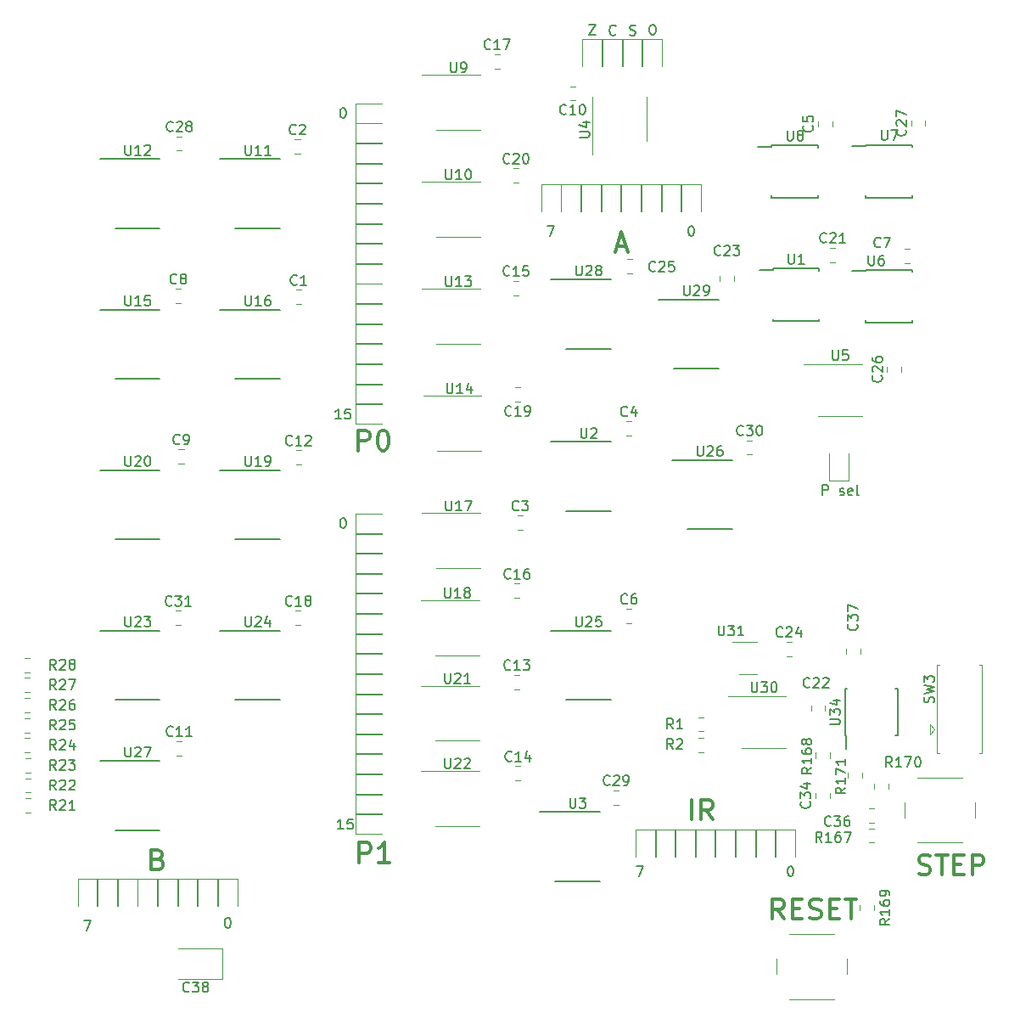
<source format=gbr>
G04 #@! TF.GenerationSoftware,KiCad,Pcbnew,(5.1.6-0-10_14)*
G04 #@! TF.CreationDate,2021-01-21T22:22:05+01:00*
G04 #@! TF.ProjectId,registers,72656769-7374-4657-9273-2e6b69636164,2*
G04 #@! TF.SameCoordinates,Original*
G04 #@! TF.FileFunction,Legend,Top*
G04 #@! TF.FilePolarity,Positive*
%FSLAX46Y46*%
G04 Gerber Fmt 4.6, Leading zero omitted, Abs format (unit mm)*
G04 Created by KiCad (PCBNEW (5.1.6-0-10_14)) date 2021-01-21 22:22:05*
%MOMM*%
%LPD*%
G01*
G04 APERTURE LIST*
%ADD10C,0.150000*%
%ADD11C,0.300000*%
%ADD12C,0.120000*%
G04 APERTURE END LIST*
D10*
X182361904Y-99052380D02*
X182361904Y-98052380D01*
X182742857Y-98052380D01*
X182838095Y-98100000D01*
X182885714Y-98147619D01*
X182933333Y-98242857D01*
X182933333Y-98385714D01*
X182885714Y-98480952D01*
X182838095Y-98528571D01*
X182742857Y-98576190D01*
X182361904Y-98576190D01*
X184076190Y-99004761D02*
X184171428Y-99052380D01*
X184361904Y-99052380D01*
X184457142Y-99004761D01*
X184504761Y-98909523D01*
X184504761Y-98861904D01*
X184457142Y-98766666D01*
X184361904Y-98719047D01*
X184219047Y-98719047D01*
X184123809Y-98671428D01*
X184076190Y-98576190D01*
X184076190Y-98528571D01*
X184123809Y-98433333D01*
X184219047Y-98385714D01*
X184361904Y-98385714D01*
X184457142Y-98433333D01*
X185314285Y-99004761D02*
X185219047Y-99052380D01*
X185028571Y-99052380D01*
X184933333Y-99004761D01*
X184885714Y-98909523D01*
X184885714Y-98528571D01*
X184933333Y-98433333D01*
X185028571Y-98385714D01*
X185219047Y-98385714D01*
X185314285Y-98433333D01*
X185361904Y-98528571D01*
X185361904Y-98623809D01*
X184885714Y-98719047D01*
X185933333Y-99052380D02*
X185838095Y-99004761D01*
X185790476Y-98909523D01*
X185790476Y-98052380D01*
D11*
X178495238Y-141304761D02*
X177828571Y-140352380D01*
X177352380Y-141304761D02*
X177352380Y-139304761D01*
X178114285Y-139304761D01*
X178304761Y-139400000D01*
X178400000Y-139495238D01*
X178495238Y-139685714D01*
X178495238Y-139971428D01*
X178400000Y-140161904D01*
X178304761Y-140257142D01*
X178114285Y-140352380D01*
X177352380Y-140352380D01*
X179352380Y-140257142D02*
X180019047Y-140257142D01*
X180304761Y-141304761D02*
X179352380Y-141304761D01*
X179352380Y-139304761D01*
X180304761Y-139304761D01*
X181066666Y-141209523D02*
X181352380Y-141304761D01*
X181828571Y-141304761D01*
X182019047Y-141209523D01*
X182114285Y-141114285D01*
X182209523Y-140923809D01*
X182209523Y-140733333D01*
X182114285Y-140542857D01*
X182019047Y-140447619D01*
X181828571Y-140352380D01*
X181447619Y-140257142D01*
X181257142Y-140161904D01*
X181161904Y-140066666D01*
X181066666Y-139876190D01*
X181066666Y-139685714D01*
X181161904Y-139495238D01*
X181257142Y-139400000D01*
X181447619Y-139304761D01*
X181923809Y-139304761D01*
X182209523Y-139400000D01*
X183066666Y-140257142D02*
X183733333Y-140257142D01*
X184019047Y-141304761D02*
X183066666Y-141304761D01*
X183066666Y-139304761D01*
X184019047Y-139304761D01*
X184590476Y-139304761D02*
X185733333Y-139304761D01*
X185161904Y-141304761D02*
X185161904Y-139304761D01*
X191961904Y-136809523D02*
X192247619Y-136904761D01*
X192723809Y-136904761D01*
X192914285Y-136809523D01*
X193009523Y-136714285D01*
X193104761Y-136523809D01*
X193104761Y-136333333D01*
X193009523Y-136142857D01*
X192914285Y-136047619D01*
X192723809Y-135952380D01*
X192342857Y-135857142D01*
X192152380Y-135761904D01*
X192057142Y-135666666D01*
X191961904Y-135476190D01*
X191961904Y-135285714D01*
X192057142Y-135095238D01*
X192152380Y-135000000D01*
X192342857Y-134904761D01*
X192819047Y-134904761D01*
X193104761Y-135000000D01*
X193676190Y-134904761D02*
X194819047Y-134904761D01*
X194247619Y-136904761D02*
X194247619Y-134904761D01*
X195485714Y-135857142D02*
X196152380Y-135857142D01*
X196438095Y-136904761D02*
X195485714Y-136904761D01*
X195485714Y-134904761D01*
X196438095Y-134904761D01*
X197295238Y-136904761D02*
X197295238Y-134904761D01*
X198057142Y-134904761D01*
X198247619Y-135000000D01*
X198342857Y-135095238D01*
X198438095Y-135285714D01*
X198438095Y-135571428D01*
X198342857Y-135761904D01*
X198247619Y-135857142D01*
X198057142Y-135952380D01*
X197295238Y-135952380D01*
X136123809Y-135704761D02*
X136123809Y-133704761D01*
X136885714Y-133704761D01*
X137076190Y-133800000D01*
X137171428Y-133895238D01*
X137266666Y-134085714D01*
X137266666Y-134371428D01*
X137171428Y-134561904D01*
X137076190Y-134657142D01*
X136885714Y-134752380D01*
X136123809Y-134752380D01*
X139171428Y-135704761D02*
X138028571Y-135704761D01*
X138600000Y-135704761D02*
X138600000Y-133704761D01*
X138409523Y-133990476D01*
X138219047Y-134180952D01*
X138028571Y-134276190D01*
X136023809Y-94604761D02*
X136023809Y-92604761D01*
X136785714Y-92604761D01*
X136976190Y-92700000D01*
X137071428Y-92795238D01*
X137166666Y-92985714D01*
X137166666Y-93271428D01*
X137071428Y-93461904D01*
X136976190Y-93557142D01*
X136785714Y-93652380D01*
X136023809Y-93652380D01*
X138404761Y-92604761D02*
X138595238Y-92604761D01*
X138785714Y-92700000D01*
X138880952Y-92795238D01*
X138976190Y-92985714D01*
X139071428Y-93366666D01*
X139071428Y-93842857D01*
X138976190Y-94223809D01*
X138880952Y-94414285D01*
X138785714Y-94509523D01*
X138595238Y-94604761D01*
X138404761Y-94604761D01*
X138214285Y-94509523D01*
X138119047Y-94414285D01*
X138023809Y-94223809D01*
X137928571Y-93842857D01*
X137928571Y-93366666D01*
X138023809Y-92985714D01*
X138119047Y-92795238D01*
X138214285Y-92700000D01*
X138404761Y-92604761D01*
X116042857Y-135357142D02*
X116328571Y-135452380D01*
X116423809Y-135547619D01*
X116519047Y-135738095D01*
X116519047Y-136023809D01*
X116423809Y-136214285D01*
X116328571Y-136309523D01*
X116138095Y-136404761D01*
X115376190Y-136404761D01*
X115376190Y-134404761D01*
X116042857Y-134404761D01*
X116233333Y-134500000D01*
X116328571Y-134595238D01*
X116423809Y-134785714D01*
X116423809Y-134976190D01*
X116328571Y-135166666D01*
X116233333Y-135261904D01*
X116042857Y-135357142D01*
X115376190Y-135357142D01*
X161823809Y-74233333D02*
X162776190Y-74233333D01*
X161633333Y-74804761D02*
X162300000Y-72804761D01*
X162966666Y-74804761D01*
X169300000Y-131404761D02*
X169300000Y-129404761D01*
X171395238Y-131404761D02*
X170728571Y-130452380D01*
X170252380Y-131404761D02*
X170252380Y-129404761D01*
X171014285Y-129404761D01*
X171204761Y-129500000D01*
X171300000Y-129595238D01*
X171395238Y-129785714D01*
X171395238Y-130071428D01*
X171300000Y-130261904D01*
X171204761Y-130357142D01*
X171014285Y-130452380D01*
X170252380Y-130452380D01*
D10*
X163816666Y-136052380D02*
X164483333Y-136052380D01*
X164054761Y-137052380D01*
X179102380Y-136052380D02*
X179197619Y-136052380D01*
X179292857Y-136100000D01*
X179340476Y-136147619D01*
X179388095Y-136242857D01*
X179435714Y-136433333D01*
X179435714Y-136671428D01*
X179388095Y-136861904D01*
X179340476Y-136957142D01*
X179292857Y-137004761D01*
X179197619Y-137052380D01*
X179102380Y-137052380D01*
X179007142Y-137004761D01*
X178959523Y-136957142D01*
X178911904Y-136861904D01*
X178864285Y-136671428D01*
X178864285Y-136433333D01*
X178911904Y-136242857D01*
X178959523Y-136147619D01*
X179007142Y-136100000D01*
X179102380Y-136052380D01*
X165304761Y-52152380D02*
X165495238Y-52152380D01*
X165590476Y-52200000D01*
X165685714Y-52295238D01*
X165733333Y-52485714D01*
X165733333Y-52819047D01*
X165685714Y-53009523D01*
X165590476Y-53104761D01*
X165495238Y-53152380D01*
X165304761Y-53152380D01*
X165209523Y-53104761D01*
X165114285Y-53009523D01*
X165066666Y-52819047D01*
X165066666Y-52485714D01*
X165114285Y-52295238D01*
X165209523Y-52200000D01*
X165304761Y-52152380D01*
X163114285Y-53154761D02*
X163257142Y-53202380D01*
X163495238Y-53202380D01*
X163590476Y-53154761D01*
X163638095Y-53107142D01*
X163685714Y-53011904D01*
X163685714Y-52916666D01*
X163638095Y-52821428D01*
X163590476Y-52773809D01*
X163495238Y-52726190D01*
X163304761Y-52678571D01*
X163209523Y-52630952D01*
X163161904Y-52583333D01*
X163114285Y-52488095D01*
X163114285Y-52392857D01*
X163161904Y-52297619D01*
X163209523Y-52250000D01*
X163304761Y-52202380D01*
X163542857Y-52202380D01*
X163685714Y-52250000D01*
X161709523Y-53107142D02*
X161661904Y-53154761D01*
X161519047Y-53202380D01*
X161423809Y-53202380D01*
X161280952Y-53154761D01*
X161185714Y-53059523D01*
X161138095Y-52964285D01*
X161090476Y-52773809D01*
X161090476Y-52630952D01*
X161138095Y-52440476D01*
X161185714Y-52345238D01*
X161280952Y-52250000D01*
X161423809Y-52202380D01*
X161519047Y-52202380D01*
X161661904Y-52250000D01*
X161709523Y-52297619D01*
X159066666Y-52152380D02*
X159733333Y-52152380D01*
X159066666Y-53152380D01*
X159733333Y-53152380D01*
X154916666Y-72202380D02*
X155583333Y-72202380D01*
X155154761Y-73202380D01*
X169202380Y-72202380D02*
X169297619Y-72202380D01*
X169392857Y-72250000D01*
X169440476Y-72297619D01*
X169488095Y-72392857D01*
X169535714Y-72583333D01*
X169535714Y-72821428D01*
X169488095Y-73011904D01*
X169440476Y-73107142D01*
X169392857Y-73154761D01*
X169297619Y-73202380D01*
X169202380Y-73202380D01*
X169107142Y-73154761D01*
X169059523Y-73107142D01*
X169011904Y-73011904D01*
X168964285Y-72821428D01*
X168964285Y-72583333D01*
X169011904Y-72392857D01*
X169059523Y-72297619D01*
X169107142Y-72250000D01*
X169202380Y-72202380D01*
X108666666Y-141452380D02*
X109333333Y-141452380D01*
X108904761Y-142452380D01*
X122952380Y-141202380D02*
X123047619Y-141202380D01*
X123142857Y-141250000D01*
X123190476Y-141297619D01*
X123238095Y-141392857D01*
X123285714Y-141583333D01*
X123285714Y-141821428D01*
X123238095Y-142011904D01*
X123190476Y-142107142D01*
X123142857Y-142154761D01*
X123047619Y-142202380D01*
X122952380Y-142202380D01*
X122857142Y-142154761D01*
X122809523Y-142107142D01*
X122761904Y-142011904D01*
X122714285Y-141821428D01*
X122714285Y-141583333D01*
X122761904Y-141392857D01*
X122809523Y-141297619D01*
X122857142Y-141250000D01*
X122952380Y-141202380D01*
X134309523Y-91452380D02*
X133738095Y-91452380D01*
X134023809Y-91452380D02*
X134023809Y-90452380D01*
X133928571Y-90595238D01*
X133833333Y-90690476D01*
X133738095Y-90738095D01*
X135214285Y-90452380D02*
X134738095Y-90452380D01*
X134690476Y-90928571D01*
X134738095Y-90880952D01*
X134833333Y-90833333D01*
X135071428Y-90833333D01*
X135166666Y-90880952D01*
X135214285Y-90928571D01*
X135261904Y-91023809D01*
X135261904Y-91261904D01*
X135214285Y-91357142D01*
X135166666Y-91404761D01*
X135071428Y-91452380D01*
X134833333Y-91452380D01*
X134738095Y-91404761D01*
X134690476Y-91357142D01*
X134452380Y-60452380D02*
X134547619Y-60452380D01*
X134642857Y-60500000D01*
X134690476Y-60547619D01*
X134738095Y-60642857D01*
X134785714Y-60833333D01*
X134785714Y-61071428D01*
X134738095Y-61261904D01*
X134690476Y-61357142D01*
X134642857Y-61404761D01*
X134547619Y-61452380D01*
X134452380Y-61452380D01*
X134357142Y-61404761D01*
X134309523Y-61357142D01*
X134261904Y-61261904D01*
X134214285Y-61071428D01*
X134214285Y-60833333D01*
X134261904Y-60642857D01*
X134309523Y-60547619D01*
X134357142Y-60500000D01*
X134452380Y-60452380D01*
X134559523Y-132352380D02*
X133988095Y-132352380D01*
X134273809Y-132352380D02*
X134273809Y-131352380D01*
X134178571Y-131495238D01*
X134083333Y-131590476D01*
X133988095Y-131638095D01*
X135464285Y-131352380D02*
X134988095Y-131352380D01*
X134940476Y-131828571D01*
X134988095Y-131780952D01*
X135083333Y-131733333D01*
X135321428Y-131733333D01*
X135416666Y-131780952D01*
X135464285Y-131828571D01*
X135511904Y-131923809D01*
X135511904Y-132161904D01*
X135464285Y-132257142D01*
X135416666Y-132304761D01*
X135321428Y-132352380D01*
X135083333Y-132352380D01*
X134988095Y-132304761D01*
X134940476Y-132257142D01*
X134452380Y-101352380D02*
X134547619Y-101352380D01*
X134642857Y-101400000D01*
X134690476Y-101447619D01*
X134738095Y-101542857D01*
X134785714Y-101733333D01*
X134785714Y-101971428D01*
X134738095Y-102161904D01*
X134690476Y-102257142D01*
X134642857Y-102304761D01*
X134547619Y-102352380D01*
X134452380Y-102352380D01*
X134357142Y-102304761D01*
X134309523Y-102257142D01*
X134261904Y-102161904D01*
X134214285Y-101971428D01*
X134214285Y-101733333D01*
X134261904Y-101542857D01*
X134309523Y-101447619D01*
X134357142Y-101400000D01*
X134452380Y-101352380D01*
X156775000Y-100650000D02*
X161225000Y-100650000D01*
X155250000Y-93750000D02*
X161225000Y-93750000D01*
D12*
X118050000Y-147310000D02*
X122435000Y-147310000D01*
X122435000Y-147310000D02*
X122435000Y-144290000D01*
X122435000Y-144290000D02*
X118050000Y-144290000D01*
X174000000Y-116910000D02*
X175800000Y-116910000D01*
X175800000Y-113690000D02*
X173350000Y-113690000D01*
X176500000Y-124310000D02*
X178700000Y-124310000D01*
X176500000Y-124310000D02*
X174300000Y-124310000D01*
X176500000Y-119090000D02*
X178700000Y-119090000D01*
X176500000Y-119090000D02*
X172900000Y-119090000D01*
X145900000Y-132035000D02*
X148100000Y-132035000D01*
X145900000Y-132035000D02*
X143700000Y-132035000D01*
X145900000Y-126565000D02*
X148100000Y-126565000D01*
X145900000Y-126565000D02*
X142300000Y-126565000D01*
X145900000Y-123535000D02*
X148100000Y-123535000D01*
X145900000Y-123535000D02*
X143700000Y-123535000D01*
X145900000Y-118065000D02*
X148100000Y-118065000D01*
X145900000Y-118065000D02*
X142300000Y-118065000D01*
X145900000Y-115035000D02*
X148100000Y-115035000D01*
X145900000Y-115035000D02*
X143700000Y-115035000D01*
X145900000Y-109565000D02*
X148100000Y-109565000D01*
X145900000Y-109565000D02*
X142300000Y-109565000D01*
X146000000Y-106335000D02*
X148200000Y-106335000D01*
X146000000Y-106335000D02*
X143800000Y-106335000D01*
X146000000Y-100865000D02*
X148200000Y-100865000D01*
X146000000Y-100865000D02*
X142400000Y-100865000D01*
X146100000Y-94635000D02*
X148300000Y-94635000D01*
X146100000Y-94635000D02*
X143900000Y-94635000D01*
X146100000Y-89165000D02*
X148300000Y-89165000D01*
X146100000Y-89165000D02*
X142500000Y-89165000D01*
X146000000Y-83968332D02*
X148200000Y-83968332D01*
X146000000Y-83968332D02*
X143800000Y-83968332D01*
X146000000Y-78498332D02*
X148200000Y-78498332D01*
X146000000Y-78498332D02*
X142400000Y-78498332D01*
X146000000Y-73301666D02*
X148200000Y-73301666D01*
X146000000Y-73301666D02*
X143800000Y-73301666D01*
X146000000Y-67831666D02*
X148200000Y-67831666D01*
X146000000Y-67831666D02*
X142400000Y-67831666D01*
X146000000Y-62635000D02*
X148200000Y-62635000D01*
X146000000Y-62635000D02*
X143800000Y-62635000D01*
X146000000Y-57165000D02*
X148200000Y-57165000D01*
X146000000Y-57165000D02*
X142400000Y-57165000D01*
X184100000Y-91210000D02*
X186300000Y-91210000D01*
X184100000Y-91210000D02*
X181900000Y-91210000D01*
X184100000Y-85990000D02*
X186300000Y-85990000D01*
X184100000Y-85990000D02*
X180500000Y-85990000D01*
X164835000Y-61500000D02*
X164835000Y-59300000D01*
X164835000Y-61500000D02*
X164835000Y-63700000D01*
X159365000Y-61500000D02*
X159365000Y-59300000D01*
X159365000Y-61500000D02*
X159365000Y-65100000D01*
X170458578Y-124710000D02*
X169941422Y-124710000D01*
X170458578Y-123290000D02*
X169941422Y-123290000D01*
X169941422Y-121190000D02*
X170458578Y-121190000D01*
X169941422Y-122610000D02*
X170458578Y-122610000D01*
X117803922Y-110590000D02*
X118321078Y-110590000D01*
X117803922Y-112010000D02*
X118321078Y-112010000D01*
X174803922Y-93590000D02*
X175321078Y-93590000D01*
X174803922Y-95010000D02*
X175321078Y-95010000D01*
X161503922Y-128490000D02*
X162021078Y-128490000D01*
X161503922Y-129910000D02*
X162021078Y-129910000D01*
X191190000Y-62221078D02*
X191190000Y-61703922D01*
X192610000Y-62221078D02*
X192610000Y-61703922D01*
X162841422Y-75490000D02*
X163358578Y-75490000D01*
X162841422Y-76910000D02*
X163358578Y-76910000D01*
X178741422Y-113690000D02*
X179258578Y-113690000D01*
X178741422Y-115110000D02*
X179258578Y-115110000D01*
X172090000Y-77696078D02*
X172090000Y-77178922D01*
X173510000Y-77696078D02*
X173510000Y-77178922D01*
X181190000Y-120558578D02*
X181190000Y-120041422D01*
X182610000Y-120558578D02*
X182610000Y-120041422D01*
X183103922Y-74390000D02*
X183621078Y-74390000D01*
X183103922Y-75810000D02*
X183621078Y-75810000D01*
X151503922Y-66490000D02*
X152021078Y-66490000D01*
X151503922Y-67910000D02*
X152021078Y-67910000D01*
X149603922Y-55090000D02*
X150121078Y-55090000D01*
X149603922Y-56510000D02*
X150121078Y-56510000D01*
X151603922Y-107890000D02*
X152121078Y-107890000D01*
X151603922Y-109310000D02*
X152121078Y-109310000D01*
X151503922Y-77690000D02*
X152021078Y-77690000D01*
X151503922Y-79110000D02*
X152021078Y-79110000D01*
X151703922Y-126090000D02*
X152221078Y-126090000D01*
X151703922Y-127510000D02*
X152221078Y-127510000D01*
X151578922Y-116990000D02*
X152096078Y-116990000D01*
X151578922Y-118410000D02*
X152096078Y-118410000D01*
X129803922Y-94590000D02*
X130321078Y-94590000D01*
X129803922Y-96010000D02*
X130321078Y-96010000D01*
X118103922Y-94490000D02*
X118621078Y-94490000D01*
X118103922Y-95910000D02*
X118621078Y-95910000D01*
X117803922Y-78490000D02*
X118321078Y-78490000D01*
X117803922Y-79910000D02*
X118321078Y-79910000D01*
X191058578Y-75910000D02*
X190541422Y-75910000D01*
X191058578Y-74490000D02*
X190541422Y-74490000D01*
X181890000Y-62296078D02*
X181890000Y-61778922D01*
X183310000Y-62296078D02*
X183310000Y-61778922D01*
X129703922Y-63590000D02*
X130221078Y-63590000D01*
X129703922Y-65010000D02*
X130221078Y-65010000D01*
X129803922Y-78590000D02*
X130321078Y-78590000D01*
X129803922Y-80010000D02*
X130321078Y-80010000D01*
D10*
X186675000Y-64125000D02*
X186675000Y-64250000D01*
X191325000Y-64125000D02*
X191325000Y-64350000D01*
X191325000Y-69375000D02*
X191325000Y-69150000D01*
X186675000Y-69375000D02*
X186675000Y-69150000D01*
X186675000Y-64125000D02*
X191325000Y-64125000D01*
X186675000Y-69375000D02*
X191325000Y-69375000D01*
X186675000Y-64250000D02*
X185325000Y-64250000D01*
X155675000Y-137550000D02*
X160125000Y-137550000D01*
X154150000Y-130650000D02*
X160125000Y-130650000D01*
D12*
X184690000Y-114858578D02*
X184690000Y-114341422D01*
X186110000Y-114858578D02*
X186110000Y-114341422D01*
X179000000Y-149300000D02*
X183500000Y-149300000D01*
X177750000Y-145300000D02*
X177750000Y-146800000D01*
X183500000Y-142800000D02*
X179000000Y-142800000D01*
X184750000Y-146800000D02*
X184750000Y-145300000D01*
X191800000Y-133700000D02*
X196300000Y-133700000D01*
X190550000Y-129700000D02*
X190550000Y-131200000D01*
X196300000Y-127200000D02*
X191800000Y-127200000D01*
X197550000Y-131200000D02*
X197550000Y-129700000D01*
D10*
X111775000Y-132450000D02*
X116225000Y-132450000D01*
X110250000Y-125550000D02*
X116225000Y-125550000D01*
X111775000Y-103450000D02*
X116225000Y-103450000D01*
X110250000Y-96550000D02*
X116225000Y-96550000D01*
X167525000Y-86450000D02*
X171975000Y-86450000D01*
X166000000Y-79550000D02*
X171975000Y-79550000D01*
X168875000Y-102450000D02*
X173325000Y-102450000D01*
X167350000Y-95550000D02*
X173325000Y-95550000D01*
X123775000Y-119450000D02*
X128225000Y-119450000D01*
X122250000Y-112550000D02*
X128225000Y-112550000D01*
X111775000Y-119450000D02*
X116225000Y-119450000D01*
X110250000Y-112550000D02*
X116225000Y-112550000D01*
X123775000Y-103450000D02*
X128225000Y-103450000D01*
X122250000Y-96550000D02*
X128225000Y-96550000D01*
X123775000Y-87450000D02*
X128225000Y-87450000D01*
X122250000Y-80550000D02*
X128225000Y-80550000D01*
X111775000Y-87450000D02*
X116225000Y-87450000D01*
X110250000Y-80550000D02*
X116225000Y-80550000D01*
X111775000Y-72450000D02*
X116225000Y-72450000D01*
X110250000Y-65550000D02*
X116225000Y-65550000D01*
X123775000Y-72450000D02*
X128225000Y-72450000D01*
X122250000Y-65550000D02*
X128225000Y-65550000D01*
X156775000Y-84450000D02*
X161225000Y-84450000D01*
X155250000Y-77550000D02*
X161225000Y-77550000D01*
X156775000Y-119450000D02*
X161225000Y-119450000D01*
X155250000Y-112550000D02*
X161225000Y-112550000D01*
X184575000Y-123025000D02*
X184700000Y-123025000D01*
X184575000Y-118375000D02*
X184800000Y-118375000D01*
X189825000Y-118375000D02*
X189600000Y-118375000D01*
X189825000Y-123025000D02*
X189600000Y-123025000D01*
X184575000Y-123025000D02*
X184575000Y-118375000D01*
X189825000Y-123025000D02*
X189825000Y-118375000D01*
X184700000Y-123025000D02*
X184700000Y-124375000D01*
X177275000Y-64175000D02*
X177275000Y-64300000D01*
X181925000Y-64175000D02*
X181925000Y-64400000D01*
X181925000Y-69425000D02*
X181925000Y-69200000D01*
X177275000Y-69425000D02*
X177275000Y-69200000D01*
X177275000Y-64175000D02*
X181925000Y-64175000D01*
X177275000Y-69425000D02*
X181925000Y-69425000D01*
X177275000Y-64300000D02*
X175925000Y-64300000D01*
X186675000Y-76575000D02*
X186675000Y-76700000D01*
X191325000Y-76575000D02*
X191325000Y-76800000D01*
X191325000Y-81825000D02*
X191325000Y-81600000D01*
X186675000Y-81825000D02*
X186675000Y-81600000D01*
X186675000Y-76575000D02*
X191325000Y-76575000D01*
X186675000Y-81825000D02*
X191325000Y-81825000D01*
X186675000Y-76700000D02*
X185325000Y-76700000D01*
X177375000Y-76475000D02*
X177375000Y-76600000D01*
X182025000Y-76475000D02*
X182025000Y-76700000D01*
X182025000Y-81725000D02*
X182025000Y-81500000D01*
X177375000Y-81725000D02*
X177375000Y-81500000D01*
X177375000Y-76475000D02*
X182025000Y-76475000D01*
X177375000Y-81725000D02*
X182025000Y-81725000D01*
X177375000Y-76600000D02*
X176025000Y-76600000D01*
D12*
X151941422Y-102510000D02*
X152458578Y-102510000D01*
X151941422Y-101090000D02*
X152458578Y-101090000D01*
X162778922Y-91690000D02*
X163296078Y-91690000D01*
X162778922Y-93110000D02*
X163296078Y-93110000D01*
X162778922Y-111810000D02*
X163296078Y-111810000D01*
X162778922Y-110390000D02*
X163296078Y-110390000D01*
X157658578Y-59710000D02*
X157141422Y-59710000D01*
X157658578Y-58290000D02*
X157141422Y-58290000D01*
X117903922Y-123590000D02*
X118421078Y-123590000D01*
X117903922Y-125010000D02*
X118421078Y-125010000D01*
X129778922Y-110590000D02*
X130296078Y-110590000D01*
X129778922Y-112010000D02*
X130296078Y-112010000D01*
X151678922Y-88290000D02*
X152196078Y-88290000D01*
X151678922Y-89710000D02*
X152196078Y-89710000D01*
X190210000Y-86758578D02*
X190210000Y-86241422D01*
X188790000Y-86758578D02*
X188790000Y-86241422D01*
X117903922Y-63290000D02*
X118421078Y-63290000D01*
X117903922Y-64710000D02*
X118421078Y-64710000D01*
X181690000Y-128741422D02*
X181690000Y-129258578D01*
X183110000Y-128741422D02*
X183110000Y-129258578D01*
X187003922Y-131710000D02*
X187521078Y-131710000D01*
X187003922Y-130290000D02*
X187521078Y-130290000D01*
X177690000Y-132415000D02*
X177690000Y-135100000D01*
X179610000Y-132415000D02*
X177690000Y-132415000D01*
X179610000Y-135100000D02*
X179610000Y-132415000D01*
X177610000Y-135100000D02*
X177610000Y-132415000D01*
X177610000Y-132415000D02*
X175690000Y-132415000D01*
X175690000Y-132415000D02*
X175690000Y-135100000D01*
X173690000Y-132415000D02*
X173690000Y-135100000D01*
X175610000Y-132415000D02*
X173690000Y-132415000D01*
X175610000Y-135100000D02*
X175610000Y-132415000D01*
X173610000Y-135100000D02*
X173610000Y-132415000D01*
X173610000Y-132415000D02*
X171690000Y-132415000D01*
X171690000Y-132415000D02*
X171690000Y-135100000D01*
X169690000Y-132415000D02*
X169690000Y-135100000D01*
X171610000Y-132415000D02*
X169690000Y-132415000D01*
X171610000Y-135100000D02*
X171610000Y-132415000D01*
X169610000Y-135100000D02*
X169610000Y-132415000D01*
X169610000Y-132415000D02*
X167690000Y-132415000D01*
X167690000Y-132415000D02*
X167690000Y-135100000D01*
X165690000Y-132415000D02*
X165690000Y-135100000D01*
X167610000Y-132415000D02*
X165690000Y-132415000D01*
X167610000Y-135100000D02*
X167610000Y-132415000D01*
X165610000Y-135100000D02*
X165610000Y-132415000D01*
X165610000Y-132415000D02*
X163690000Y-132415000D01*
X163690000Y-132415000D02*
X163690000Y-135100000D01*
X160310000Y-56250000D02*
X160310000Y-53565000D01*
X160310000Y-53565000D02*
X158390000Y-53565000D01*
X158390000Y-53565000D02*
X158390000Y-56250000D01*
X160390000Y-53565000D02*
X160390000Y-56250000D01*
X162310000Y-53565000D02*
X160390000Y-53565000D01*
X162310000Y-56250000D02*
X162310000Y-53565000D01*
X164310000Y-56250000D02*
X164310000Y-53565000D01*
X164310000Y-53565000D02*
X162390000Y-53565000D01*
X162390000Y-53565000D02*
X162390000Y-56250000D01*
X166310000Y-56250000D02*
X166310000Y-53565000D01*
X166310000Y-53565000D02*
X164390000Y-53565000D01*
X164390000Y-53565000D02*
X164390000Y-56250000D01*
X183040000Y-94900000D02*
X183040000Y-97585000D01*
X183040000Y-97585000D02*
X184960000Y-97585000D01*
X184960000Y-97585000D02*
X184960000Y-94900000D01*
X138418000Y-60003000D02*
X135733000Y-60003000D01*
X135733000Y-60003000D02*
X135733000Y-61923000D01*
X135733000Y-61923000D02*
X138418000Y-61923000D01*
X138418000Y-62003000D02*
X135733000Y-62003000D01*
X135733000Y-62003000D02*
X135733000Y-63923000D01*
X135733000Y-63923000D02*
X138418000Y-63923000D01*
X135733000Y-65923000D02*
X138418000Y-65923000D01*
X135733000Y-64003000D02*
X135733000Y-65923000D01*
X138418000Y-64003000D02*
X135733000Y-64003000D01*
X138418000Y-66003000D02*
X135733000Y-66003000D01*
X135733000Y-66003000D02*
X135733000Y-67923000D01*
X135733000Y-67923000D02*
X138418000Y-67923000D01*
X135733000Y-69923000D02*
X138418000Y-69923000D01*
X135733000Y-68003000D02*
X135733000Y-69923000D01*
X138418000Y-68003000D02*
X135733000Y-68003000D01*
X138418000Y-70003000D02*
X135733000Y-70003000D01*
X135733000Y-70003000D02*
X135733000Y-71923000D01*
X135733000Y-71923000D02*
X138418000Y-71923000D01*
X138418000Y-72003000D02*
X135733000Y-72003000D01*
X135733000Y-72003000D02*
X135733000Y-73923000D01*
X135733000Y-73923000D02*
X138418000Y-73923000D01*
X138418000Y-74003000D02*
X135733000Y-74003000D01*
X135733000Y-74003000D02*
X135733000Y-75923000D01*
X135733000Y-75923000D02*
X138418000Y-75923000D01*
X135733000Y-77923000D02*
X138418000Y-77923000D01*
X135733000Y-76003000D02*
X135733000Y-77923000D01*
X138418000Y-76003000D02*
X135733000Y-76003000D01*
X135733000Y-79923000D02*
X138418000Y-79923000D01*
X135733000Y-78003000D02*
X135733000Y-79923000D01*
X138418000Y-78003000D02*
X135733000Y-78003000D01*
X138418000Y-80003000D02*
X135733000Y-80003000D01*
X135733000Y-80003000D02*
X135733000Y-81923000D01*
X135733000Y-81923000D02*
X138418000Y-81923000D01*
X138418000Y-82003000D02*
X135733000Y-82003000D01*
X135733000Y-82003000D02*
X135733000Y-83923000D01*
X135733000Y-83923000D02*
X138418000Y-83923000D01*
X138418000Y-84003000D02*
X135733000Y-84003000D01*
X135733000Y-84003000D02*
X135733000Y-85923000D01*
X135733000Y-85923000D02*
X138418000Y-85923000D01*
X138418000Y-86003000D02*
X135733000Y-86003000D01*
X135733000Y-86003000D02*
X135733000Y-87923000D01*
X135733000Y-87923000D02*
X138418000Y-87923000D01*
X135733000Y-89923000D02*
X138418000Y-89923000D01*
X135733000Y-88003000D02*
X135733000Y-89923000D01*
X138418000Y-88003000D02*
X135733000Y-88003000D01*
X135733000Y-91923000D02*
X138418000Y-91923000D01*
X135733000Y-90003000D02*
X135733000Y-91923000D01*
X138418000Y-90003000D02*
X135733000Y-90003000D01*
X138418000Y-100903000D02*
X135733000Y-100903000D01*
X135733000Y-100903000D02*
X135733000Y-102823000D01*
X135733000Y-102823000D02*
X138418000Y-102823000D01*
X135733000Y-104823000D02*
X138418000Y-104823000D01*
X135733000Y-102903000D02*
X135733000Y-104823000D01*
X138418000Y-102903000D02*
X135733000Y-102903000D01*
X135733000Y-106823000D02*
X138418000Y-106823000D01*
X135733000Y-104903000D02*
X135733000Y-106823000D01*
X138418000Y-104903000D02*
X135733000Y-104903000D01*
X138418000Y-106903000D02*
X135733000Y-106903000D01*
X135733000Y-106903000D02*
X135733000Y-108823000D01*
X135733000Y-108823000D02*
X138418000Y-108823000D01*
X138418000Y-108903000D02*
X135733000Y-108903000D01*
X135733000Y-108903000D02*
X135733000Y-110823000D01*
X135733000Y-110823000D02*
X138418000Y-110823000D01*
X138418000Y-110903000D02*
X135733000Y-110903000D01*
X135733000Y-110903000D02*
X135733000Y-112823000D01*
X135733000Y-112823000D02*
X138418000Y-112823000D01*
X135733000Y-114823000D02*
X138418000Y-114823000D01*
X135733000Y-112903000D02*
X135733000Y-114823000D01*
X138418000Y-112903000D02*
X135733000Y-112903000D01*
X138418000Y-114903000D02*
X135733000Y-114903000D01*
X135733000Y-114903000D02*
X135733000Y-116823000D01*
X135733000Y-116823000D02*
X138418000Y-116823000D01*
X138418000Y-116903000D02*
X135733000Y-116903000D01*
X135733000Y-116903000D02*
X135733000Y-118823000D01*
X135733000Y-118823000D02*
X138418000Y-118823000D01*
X138418000Y-118903000D02*
X135733000Y-118903000D01*
X135733000Y-118903000D02*
X135733000Y-120823000D01*
X135733000Y-120823000D02*
X138418000Y-120823000D01*
X135733000Y-122823000D02*
X138418000Y-122823000D01*
X135733000Y-120903000D02*
X135733000Y-122823000D01*
X138418000Y-120903000D02*
X135733000Y-120903000D01*
X135733000Y-124823000D02*
X138418000Y-124823000D01*
X135733000Y-122903000D02*
X135733000Y-124823000D01*
X138418000Y-122903000D02*
X135733000Y-122903000D01*
X138418000Y-124903000D02*
X135733000Y-124903000D01*
X135733000Y-124903000D02*
X135733000Y-126823000D01*
X135733000Y-126823000D02*
X138418000Y-126823000D01*
X138418000Y-126903000D02*
X135733000Y-126903000D01*
X135733000Y-126903000D02*
X135733000Y-128823000D01*
X135733000Y-128823000D02*
X138418000Y-128823000D01*
X138418000Y-128903000D02*
X135733000Y-128903000D01*
X135733000Y-128903000D02*
X135733000Y-130823000D01*
X135733000Y-130823000D02*
X138418000Y-130823000D01*
X138418000Y-130903000D02*
X135733000Y-130903000D01*
X135733000Y-130903000D02*
X135733000Y-132823000D01*
X135733000Y-132823000D02*
X138418000Y-132823000D01*
X122040000Y-137315000D02*
X122040000Y-140000000D01*
X123960000Y-137315000D02*
X122040000Y-137315000D01*
X123960000Y-140000000D02*
X123960000Y-137315000D01*
X120040000Y-137315000D02*
X120040000Y-140000000D01*
X121960000Y-137315000D02*
X120040000Y-137315000D01*
X121960000Y-140000000D02*
X121960000Y-137315000D01*
X118040000Y-137315000D02*
X118040000Y-140000000D01*
X119960000Y-137315000D02*
X118040000Y-137315000D01*
X119960000Y-140000000D02*
X119960000Y-137315000D01*
X116040000Y-137315000D02*
X116040000Y-140000000D01*
X117960000Y-137315000D02*
X116040000Y-137315000D01*
X117960000Y-140000000D02*
X117960000Y-137315000D01*
X114040000Y-137315000D02*
X114040000Y-140000000D01*
X115960000Y-137315000D02*
X114040000Y-137315000D01*
X115960000Y-140000000D02*
X115960000Y-137315000D01*
X112040000Y-137315000D02*
X112040000Y-140000000D01*
X113960000Y-137315000D02*
X112040000Y-137315000D01*
X113960000Y-140000000D02*
X113960000Y-137315000D01*
X110040000Y-137315000D02*
X110040000Y-140000000D01*
X111960000Y-137315000D02*
X110040000Y-137315000D01*
X111960000Y-140000000D02*
X111960000Y-137315000D01*
X108040000Y-137315000D02*
X108040000Y-140000000D01*
X109960000Y-137315000D02*
X108040000Y-137315000D01*
X109960000Y-140000000D02*
X109960000Y-137315000D01*
X168290000Y-68065000D02*
X168290000Y-70750000D01*
X170210000Y-68065000D02*
X168290000Y-68065000D01*
X170210000Y-70750000D02*
X170210000Y-68065000D01*
X166290000Y-68065000D02*
X166290000Y-70750000D01*
X168210000Y-68065000D02*
X166290000Y-68065000D01*
X168210000Y-70750000D02*
X168210000Y-68065000D01*
X164290000Y-68065000D02*
X164290000Y-70750000D01*
X166210000Y-68065000D02*
X164290000Y-68065000D01*
X166210000Y-70750000D02*
X166210000Y-68065000D01*
X162290000Y-68065000D02*
X162290000Y-70750000D01*
X164210000Y-68065000D02*
X162290000Y-68065000D01*
X164210000Y-70750000D02*
X164210000Y-68065000D01*
X160290000Y-68065000D02*
X160290000Y-70750000D01*
X162210000Y-68065000D02*
X160290000Y-68065000D01*
X162210000Y-70750000D02*
X162210000Y-68065000D01*
X160210000Y-70750000D02*
X160210000Y-68065000D01*
X160210000Y-68065000D02*
X158290000Y-68065000D01*
X158290000Y-68065000D02*
X158290000Y-70750000D01*
X158210000Y-70750000D02*
X158210000Y-68065000D01*
X158210000Y-68065000D02*
X156290000Y-68065000D01*
X156290000Y-68065000D02*
X156290000Y-70750000D01*
X154290000Y-68065000D02*
X154290000Y-70750000D01*
X156210000Y-68065000D02*
X154290000Y-68065000D01*
X156210000Y-70750000D02*
X156210000Y-68065000D01*
X103321078Y-130710000D02*
X102803922Y-130710000D01*
X103321078Y-129290000D02*
X102803922Y-129290000D01*
X103321078Y-127290000D02*
X102803922Y-127290000D01*
X103321078Y-128710000D02*
X102803922Y-128710000D01*
X103321078Y-126710000D02*
X102803922Y-126710000D01*
X103321078Y-125290000D02*
X102803922Y-125290000D01*
X103258578Y-123290000D02*
X102741422Y-123290000D01*
X103258578Y-124710000D02*
X102741422Y-124710000D01*
X103258578Y-122710000D02*
X102741422Y-122710000D01*
X103258578Y-121290000D02*
X102741422Y-121290000D01*
X103258578Y-119290000D02*
X102741422Y-119290000D01*
X103258578Y-120710000D02*
X102741422Y-120710000D01*
X103258578Y-118710000D02*
X102741422Y-118710000D01*
X103258578Y-117290000D02*
X102741422Y-117290000D01*
X103258578Y-115290000D02*
X102741422Y-115290000D01*
X103258578Y-116710000D02*
X102741422Y-116710000D01*
X187521078Y-132290000D02*
X187003922Y-132290000D01*
X187521078Y-133710000D02*
X187003922Y-133710000D01*
X181690000Y-124741422D02*
X181690000Y-125258578D01*
X183110000Y-124741422D02*
X183110000Y-125258578D01*
X186090000Y-139941422D02*
X186090000Y-140458578D01*
X187510000Y-139941422D02*
X187510000Y-140458578D01*
X188910000Y-127841422D02*
X188910000Y-128358578D01*
X187490000Y-127841422D02*
X187490000Y-128358578D01*
X184890000Y-126741422D02*
X184890000Y-127258578D01*
X186310000Y-126741422D02*
X186310000Y-127258578D01*
X193040000Y-121900000D02*
X193040000Y-122900000D01*
X193540000Y-122400000D02*
X193040000Y-121900000D01*
X193040000Y-122900000D02*
X193540000Y-122400000D01*
X198260000Y-115990000D02*
X197950000Y-115990000D01*
X198260000Y-124810000D02*
X197950000Y-124810000D01*
X194050000Y-124810000D02*
X193740000Y-124810000D01*
X198260000Y-115990000D02*
X198260000Y-124810000D01*
X193740000Y-115990000D02*
X194050000Y-115990000D01*
X193740000Y-124810000D02*
X193740000Y-115990000D01*
D10*
X158238095Y-92352380D02*
X158238095Y-93161904D01*
X158285714Y-93257142D01*
X158333333Y-93304761D01*
X158428571Y-93352380D01*
X158619047Y-93352380D01*
X158714285Y-93304761D01*
X158761904Y-93257142D01*
X158809523Y-93161904D01*
X158809523Y-92352380D01*
X159238095Y-92447619D02*
X159285714Y-92400000D01*
X159380952Y-92352380D01*
X159619047Y-92352380D01*
X159714285Y-92400000D01*
X159761904Y-92447619D01*
X159809523Y-92542857D01*
X159809523Y-92638095D01*
X159761904Y-92780952D01*
X159190476Y-93352380D01*
X159809523Y-93352380D01*
X119157142Y-148507142D02*
X119109523Y-148554761D01*
X118966666Y-148602380D01*
X118871428Y-148602380D01*
X118728571Y-148554761D01*
X118633333Y-148459523D01*
X118585714Y-148364285D01*
X118538095Y-148173809D01*
X118538095Y-148030952D01*
X118585714Y-147840476D01*
X118633333Y-147745238D01*
X118728571Y-147650000D01*
X118871428Y-147602380D01*
X118966666Y-147602380D01*
X119109523Y-147650000D01*
X119157142Y-147697619D01*
X119490476Y-147602380D02*
X120109523Y-147602380D01*
X119776190Y-147983333D01*
X119919047Y-147983333D01*
X120014285Y-148030952D01*
X120061904Y-148078571D01*
X120109523Y-148173809D01*
X120109523Y-148411904D01*
X120061904Y-148507142D01*
X120014285Y-148554761D01*
X119919047Y-148602380D01*
X119633333Y-148602380D01*
X119538095Y-148554761D01*
X119490476Y-148507142D01*
X120680952Y-148030952D02*
X120585714Y-147983333D01*
X120538095Y-147935714D01*
X120490476Y-147840476D01*
X120490476Y-147792857D01*
X120538095Y-147697619D01*
X120585714Y-147650000D01*
X120680952Y-147602380D01*
X120871428Y-147602380D01*
X120966666Y-147650000D01*
X121014285Y-147697619D01*
X121061904Y-147792857D01*
X121061904Y-147840476D01*
X121014285Y-147935714D01*
X120966666Y-147983333D01*
X120871428Y-148030952D01*
X120680952Y-148030952D01*
X120585714Y-148078571D01*
X120538095Y-148126190D01*
X120490476Y-148221428D01*
X120490476Y-148411904D01*
X120538095Y-148507142D01*
X120585714Y-148554761D01*
X120680952Y-148602380D01*
X120871428Y-148602380D01*
X120966666Y-148554761D01*
X121014285Y-148507142D01*
X121061904Y-148411904D01*
X121061904Y-148221428D01*
X121014285Y-148126190D01*
X120966666Y-148078571D01*
X120871428Y-148030952D01*
X171961904Y-112052380D02*
X171961904Y-112861904D01*
X172009523Y-112957142D01*
X172057142Y-113004761D01*
X172152380Y-113052380D01*
X172342857Y-113052380D01*
X172438095Y-113004761D01*
X172485714Y-112957142D01*
X172533333Y-112861904D01*
X172533333Y-112052380D01*
X172914285Y-112052380D02*
X173533333Y-112052380D01*
X173200000Y-112433333D01*
X173342857Y-112433333D01*
X173438095Y-112480952D01*
X173485714Y-112528571D01*
X173533333Y-112623809D01*
X173533333Y-112861904D01*
X173485714Y-112957142D01*
X173438095Y-113004761D01*
X173342857Y-113052380D01*
X173057142Y-113052380D01*
X172961904Y-113004761D01*
X172914285Y-112957142D01*
X174485714Y-113052380D02*
X173914285Y-113052380D01*
X174200000Y-113052380D02*
X174200000Y-112052380D01*
X174104761Y-112195238D01*
X174009523Y-112290476D01*
X173914285Y-112338095D01*
X175261904Y-117702380D02*
X175261904Y-118511904D01*
X175309523Y-118607142D01*
X175357142Y-118654761D01*
X175452380Y-118702380D01*
X175642857Y-118702380D01*
X175738095Y-118654761D01*
X175785714Y-118607142D01*
X175833333Y-118511904D01*
X175833333Y-117702380D01*
X176214285Y-117702380D02*
X176833333Y-117702380D01*
X176500000Y-118083333D01*
X176642857Y-118083333D01*
X176738095Y-118130952D01*
X176785714Y-118178571D01*
X176833333Y-118273809D01*
X176833333Y-118511904D01*
X176785714Y-118607142D01*
X176738095Y-118654761D01*
X176642857Y-118702380D01*
X176357142Y-118702380D01*
X176261904Y-118654761D01*
X176214285Y-118607142D01*
X177452380Y-117702380D02*
X177547619Y-117702380D01*
X177642857Y-117750000D01*
X177690476Y-117797619D01*
X177738095Y-117892857D01*
X177785714Y-118083333D01*
X177785714Y-118321428D01*
X177738095Y-118511904D01*
X177690476Y-118607142D01*
X177642857Y-118654761D01*
X177547619Y-118702380D01*
X177452380Y-118702380D01*
X177357142Y-118654761D01*
X177309523Y-118607142D01*
X177261904Y-118511904D01*
X177214285Y-118321428D01*
X177214285Y-118083333D01*
X177261904Y-117892857D01*
X177309523Y-117797619D01*
X177357142Y-117750000D01*
X177452380Y-117702380D01*
X144661904Y-125302380D02*
X144661904Y-126111904D01*
X144709523Y-126207142D01*
X144757142Y-126254761D01*
X144852380Y-126302380D01*
X145042857Y-126302380D01*
X145138095Y-126254761D01*
X145185714Y-126207142D01*
X145233333Y-126111904D01*
X145233333Y-125302380D01*
X145661904Y-125397619D02*
X145709523Y-125350000D01*
X145804761Y-125302380D01*
X146042857Y-125302380D01*
X146138095Y-125350000D01*
X146185714Y-125397619D01*
X146233333Y-125492857D01*
X146233333Y-125588095D01*
X146185714Y-125730952D01*
X145614285Y-126302380D01*
X146233333Y-126302380D01*
X146614285Y-125397619D02*
X146661904Y-125350000D01*
X146757142Y-125302380D01*
X146995238Y-125302380D01*
X147090476Y-125350000D01*
X147138095Y-125397619D01*
X147185714Y-125492857D01*
X147185714Y-125588095D01*
X147138095Y-125730952D01*
X146566666Y-126302380D01*
X147185714Y-126302380D01*
X144661904Y-116802380D02*
X144661904Y-117611904D01*
X144709523Y-117707142D01*
X144757142Y-117754761D01*
X144852380Y-117802380D01*
X145042857Y-117802380D01*
X145138095Y-117754761D01*
X145185714Y-117707142D01*
X145233333Y-117611904D01*
X145233333Y-116802380D01*
X145661904Y-116897619D02*
X145709523Y-116850000D01*
X145804761Y-116802380D01*
X146042857Y-116802380D01*
X146138095Y-116850000D01*
X146185714Y-116897619D01*
X146233333Y-116992857D01*
X146233333Y-117088095D01*
X146185714Y-117230952D01*
X145614285Y-117802380D01*
X146233333Y-117802380D01*
X147185714Y-117802380D02*
X146614285Y-117802380D01*
X146900000Y-117802380D02*
X146900000Y-116802380D01*
X146804761Y-116945238D01*
X146709523Y-117040476D01*
X146614285Y-117088095D01*
X144661904Y-108302380D02*
X144661904Y-109111904D01*
X144709523Y-109207142D01*
X144757142Y-109254761D01*
X144852380Y-109302380D01*
X145042857Y-109302380D01*
X145138095Y-109254761D01*
X145185714Y-109207142D01*
X145233333Y-109111904D01*
X145233333Y-108302380D01*
X146233333Y-109302380D02*
X145661904Y-109302380D01*
X145947619Y-109302380D02*
X145947619Y-108302380D01*
X145852380Y-108445238D01*
X145757142Y-108540476D01*
X145661904Y-108588095D01*
X146804761Y-108730952D02*
X146709523Y-108683333D01*
X146661904Y-108635714D01*
X146614285Y-108540476D01*
X146614285Y-108492857D01*
X146661904Y-108397619D01*
X146709523Y-108350000D01*
X146804761Y-108302380D01*
X146995238Y-108302380D01*
X147090476Y-108350000D01*
X147138095Y-108397619D01*
X147185714Y-108492857D01*
X147185714Y-108540476D01*
X147138095Y-108635714D01*
X147090476Y-108683333D01*
X146995238Y-108730952D01*
X146804761Y-108730952D01*
X146709523Y-108778571D01*
X146661904Y-108826190D01*
X146614285Y-108921428D01*
X146614285Y-109111904D01*
X146661904Y-109207142D01*
X146709523Y-109254761D01*
X146804761Y-109302380D01*
X146995238Y-109302380D01*
X147090476Y-109254761D01*
X147138095Y-109207142D01*
X147185714Y-109111904D01*
X147185714Y-108921428D01*
X147138095Y-108826190D01*
X147090476Y-108778571D01*
X146995238Y-108730952D01*
X144761904Y-99602380D02*
X144761904Y-100411904D01*
X144809523Y-100507142D01*
X144857142Y-100554761D01*
X144952380Y-100602380D01*
X145142857Y-100602380D01*
X145238095Y-100554761D01*
X145285714Y-100507142D01*
X145333333Y-100411904D01*
X145333333Y-99602380D01*
X146333333Y-100602380D02*
X145761904Y-100602380D01*
X146047619Y-100602380D02*
X146047619Y-99602380D01*
X145952380Y-99745238D01*
X145857142Y-99840476D01*
X145761904Y-99888095D01*
X146666666Y-99602380D02*
X147333333Y-99602380D01*
X146904761Y-100602380D01*
X144861904Y-87902380D02*
X144861904Y-88711904D01*
X144909523Y-88807142D01*
X144957142Y-88854761D01*
X145052380Y-88902380D01*
X145242857Y-88902380D01*
X145338095Y-88854761D01*
X145385714Y-88807142D01*
X145433333Y-88711904D01*
X145433333Y-87902380D01*
X146433333Y-88902380D02*
X145861904Y-88902380D01*
X146147619Y-88902380D02*
X146147619Y-87902380D01*
X146052380Y-88045238D01*
X145957142Y-88140476D01*
X145861904Y-88188095D01*
X147290476Y-88235714D02*
X147290476Y-88902380D01*
X147052380Y-87854761D02*
X146814285Y-88569047D01*
X147433333Y-88569047D01*
X144761904Y-77235712D02*
X144761904Y-78045236D01*
X144809523Y-78140474D01*
X144857142Y-78188093D01*
X144952380Y-78235712D01*
X145142857Y-78235712D01*
X145238095Y-78188093D01*
X145285714Y-78140474D01*
X145333333Y-78045236D01*
X145333333Y-77235712D01*
X146333333Y-78235712D02*
X145761904Y-78235712D01*
X146047619Y-78235712D02*
X146047619Y-77235712D01*
X145952380Y-77378570D01*
X145857142Y-77473808D01*
X145761904Y-77521427D01*
X146666666Y-77235712D02*
X147285714Y-77235712D01*
X146952380Y-77616665D01*
X147095238Y-77616665D01*
X147190476Y-77664284D01*
X147238095Y-77711903D01*
X147285714Y-77807141D01*
X147285714Y-78045236D01*
X147238095Y-78140474D01*
X147190476Y-78188093D01*
X147095238Y-78235712D01*
X146809523Y-78235712D01*
X146714285Y-78188093D01*
X146666666Y-78140474D01*
X144761904Y-66569046D02*
X144761904Y-67378570D01*
X144809523Y-67473808D01*
X144857142Y-67521427D01*
X144952380Y-67569046D01*
X145142857Y-67569046D01*
X145238095Y-67521427D01*
X145285714Y-67473808D01*
X145333333Y-67378570D01*
X145333333Y-66569046D01*
X146333333Y-67569046D02*
X145761904Y-67569046D01*
X146047619Y-67569046D02*
X146047619Y-66569046D01*
X145952380Y-66711904D01*
X145857142Y-66807142D01*
X145761904Y-66854761D01*
X146952380Y-66569046D02*
X147047619Y-66569046D01*
X147142857Y-66616666D01*
X147190476Y-66664285D01*
X147238095Y-66759523D01*
X147285714Y-66949999D01*
X147285714Y-67188094D01*
X147238095Y-67378570D01*
X147190476Y-67473808D01*
X147142857Y-67521427D01*
X147047619Y-67569046D01*
X146952380Y-67569046D01*
X146857142Y-67521427D01*
X146809523Y-67473808D01*
X146761904Y-67378570D01*
X146714285Y-67188094D01*
X146714285Y-66949999D01*
X146761904Y-66759523D01*
X146809523Y-66664285D01*
X146857142Y-66616666D01*
X146952380Y-66569046D01*
X145238095Y-55902380D02*
X145238095Y-56711904D01*
X145285714Y-56807142D01*
X145333333Y-56854761D01*
X145428571Y-56902380D01*
X145619047Y-56902380D01*
X145714285Y-56854761D01*
X145761904Y-56807142D01*
X145809523Y-56711904D01*
X145809523Y-55902380D01*
X146333333Y-56902380D02*
X146523809Y-56902380D01*
X146619047Y-56854761D01*
X146666666Y-56807142D01*
X146761904Y-56664285D01*
X146809523Y-56473809D01*
X146809523Y-56092857D01*
X146761904Y-55997619D01*
X146714285Y-55950000D01*
X146619047Y-55902380D01*
X146428571Y-55902380D01*
X146333333Y-55950000D01*
X146285714Y-55997619D01*
X146238095Y-56092857D01*
X146238095Y-56330952D01*
X146285714Y-56426190D01*
X146333333Y-56473809D01*
X146428571Y-56521428D01*
X146619047Y-56521428D01*
X146714285Y-56473809D01*
X146761904Y-56426190D01*
X146809523Y-56330952D01*
X183338095Y-84602380D02*
X183338095Y-85411904D01*
X183385714Y-85507142D01*
X183433333Y-85554761D01*
X183528571Y-85602380D01*
X183719047Y-85602380D01*
X183814285Y-85554761D01*
X183861904Y-85507142D01*
X183909523Y-85411904D01*
X183909523Y-84602380D01*
X184861904Y-84602380D02*
X184385714Y-84602380D01*
X184338095Y-85078571D01*
X184385714Y-85030952D01*
X184480952Y-84983333D01*
X184719047Y-84983333D01*
X184814285Y-85030952D01*
X184861904Y-85078571D01*
X184909523Y-85173809D01*
X184909523Y-85411904D01*
X184861904Y-85507142D01*
X184814285Y-85554761D01*
X184719047Y-85602380D01*
X184480952Y-85602380D01*
X184385714Y-85554761D01*
X184338095Y-85507142D01*
X158102380Y-63361904D02*
X158911904Y-63361904D01*
X159007142Y-63314285D01*
X159054761Y-63266666D01*
X159102380Y-63171428D01*
X159102380Y-62980952D01*
X159054761Y-62885714D01*
X159007142Y-62838095D01*
X158911904Y-62790476D01*
X158102380Y-62790476D01*
X158435714Y-61885714D02*
X159102380Y-61885714D01*
X158054761Y-62123809D02*
X158769047Y-62361904D01*
X158769047Y-61742857D01*
X167433333Y-124352380D02*
X167100000Y-123876190D01*
X166861904Y-124352380D02*
X166861904Y-123352380D01*
X167242857Y-123352380D01*
X167338095Y-123400000D01*
X167385714Y-123447619D01*
X167433333Y-123542857D01*
X167433333Y-123685714D01*
X167385714Y-123780952D01*
X167338095Y-123828571D01*
X167242857Y-123876190D01*
X166861904Y-123876190D01*
X167814285Y-123447619D02*
X167861904Y-123400000D01*
X167957142Y-123352380D01*
X168195238Y-123352380D01*
X168290476Y-123400000D01*
X168338095Y-123447619D01*
X168385714Y-123542857D01*
X168385714Y-123638095D01*
X168338095Y-123780952D01*
X167766666Y-124352380D01*
X168385714Y-124352380D01*
X167433333Y-122352380D02*
X167100000Y-121876190D01*
X166861904Y-122352380D02*
X166861904Y-121352380D01*
X167242857Y-121352380D01*
X167338095Y-121400000D01*
X167385714Y-121447619D01*
X167433333Y-121542857D01*
X167433333Y-121685714D01*
X167385714Y-121780952D01*
X167338095Y-121828571D01*
X167242857Y-121876190D01*
X166861904Y-121876190D01*
X168385714Y-122352380D02*
X167814285Y-122352380D01*
X168100000Y-122352380D02*
X168100000Y-121352380D01*
X168004761Y-121495238D01*
X167909523Y-121590476D01*
X167814285Y-121638095D01*
X117419642Y-110007142D02*
X117372023Y-110054761D01*
X117229166Y-110102380D01*
X117133928Y-110102380D01*
X116991071Y-110054761D01*
X116895833Y-109959523D01*
X116848214Y-109864285D01*
X116800595Y-109673809D01*
X116800595Y-109530952D01*
X116848214Y-109340476D01*
X116895833Y-109245238D01*
X116991071Y-109150000D01*
X117133928Y-109102380D01*
X117229166Y-109102380D01*
X117372023Y-109150000D01*
X117419642Y-109197619D01*
X117752976Y-109102380D02*
X118372023Y-109102380D01*
X118038690Y-109483333D01*
X118181547Y-109483333D01*
X118276785Y-109530952D01*
X118324404Y-109578571D01*
X118372023Y-109673809D01*
X118372023Y-109911904D01*
X118324404Y-110007142D01*
X118276785Y-110054761D01*
X118181547Y-110102380D01*
X117895833Y-110102380D01*
X117800595Y-110054761D01*
X117752976Y-110007142D01*
X119324404Y-110102380D02*
X118752976Y-110102380D01*
X119038690Y-110102380D02*
X119038690Y-109102380D01*
X118943452Y-109245238D01*
X118848214Y-109340476D01*
X118752976Y-109388095D01*
X174419642Y-93007142D02*
X174372023Y-93054761D01*
X174229166Y-93102380D01*
X174133928Y-93102380D01*
X173991071Y-93054761D01*
X173895833Y-92959523D01*
X173848214Y-92864285D01*
X173800595Y-92673809D01*
X173800595Y-92530952D01*
X173848214Y-92340476D01*
X173895833Y-92245238D01*
X173991071Y-92150000D01*
X174133928Y-92102380D01*
X174229166Y-92102380D01*
X174372023Y-92150000D01*
X174419642Y-92197619D01*
X174752976Y-92102380D02*
X175372023Y-92102380D01*
X175038690Y-92483333D01*
X175181547Y-92483333D01*
X175276785Y-92530952D01*
X175324404Y-92578571D01*
X175372023Y-92673809D01*
X175372023Y-92911904D01*
X175324404Y-93007142D01*
X175276785Y-93054761D01*
X175181547Y-93102380D01*
X174895833Y-93102380D01*
X174800595Y-93054761D01*
X174752976Y-93007142D01*
X175991071Y-92102380D02*
X176086309Y-92102380D01*
X176181547Y-92150000D01*
X176229166Y-92197619D01*
X176276785Y-92292857D01*
X176324404Y-92483333D01*
X176324404Y-92721428D01*
X176276785Y-92911904D01*
X176229166Y-93007142D01*
X176181547Y-93054761D01*
X176086309Y-93102380D01*
X175991071Y-93102380D01*
X175895833Y-93054761D01*
X175848214Y-93007142D01*
X175800595Y-92911904D01*
X175752976Y-92721428D01*
X175752976Y-92483333D01*
X175800595Y-92292857D01*
X175848214Y-92197619D01*
X175895833Y-92150000D01*
X175991071Y-92102380D01*
X161119642Y-127907142D02*
X161072023Y-127954761D01*
X160929166Y-128002380D01*
X160833928Y-128002380D01*
X160691071Y-127954761D01*
X160595833Y-127859523D01*
X160548214Y-127764285D01*
X160500595Y-127573809D01*
X160500595Y-127430952D01*
X160548214Y-127240476D01*
X160595833Y-127145238D01*
X160691071Y-127050000D01*
X160833928Y-127002380D01*
X160929166Y-127002380D01*
X161072023Y-127050000D01*
X161119642Y-127097619D01*
X161500595Y-127097619D02*
X161548214Y-127050000D01*
X161643452Y-127002380D01*
X161881547Y-127002380D01*
X161976785Y-127050000D01*
X162024404Y-127097619D01*
X162072023Y-127192857D01*
X162072023Y-127288095D01*
X162024404Y-127430952D01*
X161452976Y-128002380D01*
X162072023Y-128002380D01*
X162548214Y-128002380D02*
X162738690Y-128002380D01*
X162833928Y-127954761D01*
X162881547Y-127907142D01*
X162976785Y-127764285D01*
X163024404Y-127573809D01*
X163024404Y-127192857D01*
X162976785Y-127097619D01*
X162929166Y-127050000D01*
X162833928Y-127002380D01*
X162643452Y-127002380D01*
X162548214Y-127050000D01*
X162500595Y-127097619D01*
X162452976Y-127192857D01*
X162452976Y-127430952D01*
X162500595Y-127526190D01*
X162548214Y-127573809D01*
X162643452Y-127621428D01*
X162833928Y-127621428D01*
X162929166Y-127573809D01*
X162976785Y-127526190D01*
X163024404Y-127430952D01*
X190607142Y-62605357D02*
X190654761Y-62652976D01*
X190702380Y-62795833D01*
X190702380Y-62891071D01*
X190654761Y-63033928D01*
X190559523Y-63129166D01*
X190464285Y-63176785D01*
X190273809Y-63224404D01*
X190130952Y-63224404D01*
X189940476Y-63176785D01*
X189845238Y-63129166D01*
X189750000Y-63033928D01*
X189702380Y-62891071D01*
X189702380Y-62795833D01*
X189750000Y-62652976D01*
X189797619Y-62605357D01*
X189797619Y-62224404D02*
X189750000Y-62176785D01*
X189702380Y-62081547D01*
X189702380Y-61843452D01*
X189750000Y-61748214D01*
X189797619Y-61700595D01*
X189892857Y-61652976D01*
X189988095Y-61652976D01*
X190130952Y-61700595D01*
X190702380Y-62272023D01*
X190702380Y-61652976D01*
X189702380Y-61319642D02*
X189702380Y-60652976D01*
X190702380Y-61081547D01*
X165657142Y-76657142D02*
X165609523Y-76704761D01*
X165466666Y-76752380D01*
X165371428Y-76752380D01*
X165228571Y-76704761D01*
X165133333Y-76609523D01*
X165085714Y-76514285D01*
X165038095Y-76323809D01*
X165038095Y-76180952D01*
X165085714Y-75990476D01*
X165133333Y-75895238D01*
X165228571Y-75800000D01*
X165371428Y-75752380D01*
X165466666Y-75752380D01*
X165609523Y-75800000D01*
X165657142Y-75847619D01*
X166038095Y-75847619D02*
X166085714Y-75800000D01*
X166180952Y-75752380D01*
X166419047Y-75752380D01*
X166514285Y-75800000D01*
X166561904Y-75847619D01*
X166609523Y-75942857D01*
X166609523Y-76038095D01*
X166561904Y-76180952D01*
X165990476Y-76752380D01*
X166609523Y-76752380D01*
X167514285Y-75752380D02*
X167038095Y-75752380D01*
X166990476Y-76228571D01*
X167038095Y-76180952D01*
X167133333Y-76133333D01*
X167371428Y-76133333D01*
X167466666Y-76180952D01*
X167514285Y-76228571D01*
X167561904Y-76323809D01*
X167561904Y-76561904D01*
X167514285Y-76657142D01*
X167466666Y-76704761D01*
X167371428Y-76752380D01*
X167133333Y-76752380D01*
X167038095Y-76704761D01*
X166990476Y-76657142D01*
X178357142Y-113107142D02*
X178309523Y-113154761D01*
X178166666Y-113202380D01*
X178071428Y-113202380D01*
X177928571Y-113154761D01*
X177833333Y-113059523D01*
X177785714Y-112964285D01*
X177738095Y-112773809D01*
X177738095Y-112630952D01*
X177785714Y-112440476D01*
X177833333Y-112345238D01*
X177928571Y-112250000D01*
X178071428Y-112202380D01*
X178166666Y-112202380D01*
X178309523Y-112250000D01*
X178357142Y-112297619D01*
X178738095Y-112297619D02*
X178785714Y-112250000D01*
X178880952Y-112202380D01*
X179119047Y-112202380D01*
X179214285Y-112250000D01*
X179261904Y-112297619D01*
X179309523Y-112392857D01*
X179309523Y-112488095D01*
X179261904Y-112630952D01*
X178690476Y-113202380D01*
X179309523Y-113202380D01*
X180166666Y-112535714D02*
X180166666Y-113202380D01*
X179928571Y-112154761D02*
X179690476Y-112869047D01*
X180309523Y-112869047D01*
X172157142Y-75057142D02*
X172109523Y-75104761D01*
X171966666Y-75152380D01*
X171871428Y-75152380D01*
X171728571Y-75104761D01*
X171633333Y-75009523D01*
X171585714Y-74914285D01*
X171538095Y-74723809D01*
X171538095Y-74580952D01*
X171585714Y-74390476D01*
X171633333Y-74295238D01*
X171728571Y-74200000D01*
X171871428Y-74152380D01*
X171966666Y-74152380D01*
X172109523Y-74200000D01*
X172157142Y-74247619D01*
X172538095Y-74247619D02*
X172585714Y-74200000D01*
X172680952Y-74152380D01*
X172919047Y-74152380D01*
X173014285Y-74200000D01*
X173061904Y-74247619D01*
X173109523Y-74342857D01*
X173109523Y-74438095D01*
X173061904Y-74580952D01*
X172490476Y-75152380D01*
X173109523Y-75152380D01*
X173442857Y-74152380D02*
X174061904Y-74152380D01*
X173728571Y-74533333D01*
X173871428Y-74533333D01*
X173966666Y-74580952D01*
X174014285Y-74628571D01*
X174061904Y-74723809D01*
X174061904Y-74961904D01*
X174014285Y-75057142D01*
X173966666Y-75104761D01*
X173871428Y-75152380D01*
X173585714Y-75152380D01*
X173490476Y-75104761D01*
X173442857Y-75057142D01*
X181057142Y-118157142D02*
X181009523Y-118204761D01*
X180866666Y-118252380D01*
X180771428Y-118252380D01*
X180628571Y-118204761D01*
X180533333Y-118109523D01*
X180485714Y-118014285D01*
X180438095Y-117823809D01*
X180438095Y-117680952D01*
X180485714Y-117490476D01*
X180533333Y-117395238D01*
X180628571Y-117300000D01*
X180771428Y-117252380D01*
X180866666Y-117252380D01*
X181009523Y-117300000D01*
X181057142Y-117347619D01*
X181438095Y-117347619D02*
X181485714Y-117300000D01*
X181580952Y-117252380D01*
X181819047Y-117252380D01*
X181914285Y-117300000D01*
X181961904Y-117347619D01*
X182009523Y-117442857D01*
X182009523Y-117538095D01*
X181961904Y-117680952D01*
X181390476Y-118252380D01*
X182009523Y-118252380D01*
X182390476Y-117347619D02*
X182438095Y-117300000D01*
X182533333Y-117252380D01*
X182771428Y-117252380D01*
X182866666Y-117300000D01*
X182914285Y-117347619D01*
X182961904Y-117442857D01*
X182961904Y-117538095D01*
X182914285Y-117680952D01*
X182342857Y-118252380D01*
X182961904Y-118252380D01*
X182719642Y-73807142D02*
X182672023Y-73854761D01*
X182529166Y-73902380D01*
X182433928Y-73902380D01*
X182291071Y-73854761D01*
X182195833Y-73759523D01*
X182148214Y-73664285D01*
X182100595Y-73473809D01*
X182100595Y-73330952D01*
X182148214Y-73140476D01*
X182195833Y-73045238D01*
X182291071Y-72950000D01*
X182433928Y-72902380D01*
X182529166Y-72902380D01*
X182672023Y-72950000D01*
X182719642Y-72997619D01*
X183100595Y-72997619D02*
X183148214Y-72950000D01*
X183243452Y-72902380D01*
X183481547Y-72902380D01*
X183576785Y-72950000D01*
X183624404Y-72997619D01*
X183672023Y-73092857D01*
X183672023Y-73188095D01*
X183624404Y-73330952D01*
X183052976Y-73902380D01*
X183672023Y-73902380D01*
X184624404Y-73902380D02*
X184052976Y-73902380D01*
X184338690Y-73902380D02*
X184338690Y-72902380D01*
X184243452Y-73045238D01*
X184148214Y-73140476D01*
X184052976Y-73188095D01*
X151119642Y-65907142D02*
X151072023Y-65954761D01*
X150929166Y-66002380D01*
X150833928Y-66002380D01*
X150691071Y-65954761D01*
X150595833Y-65859523D01*
X150548214Y-65764285D01*
X150500595Y-65573809D01*
X150500595Y-65430952D01*
X150548214Y-65240476D01*
X150595833Y-65145238D01*
X150691071Y-65050000D01*
X150833928Y-65002380D01*
X150929166Y-65002380D01*
X151072023Y-65050000D01*
X151119642Y-65097619D01*
X151500595Y-65097619D02*
X151548214Y-65050000D01*
X151643452Y-65002380D01*
X151881547Y-65002380D01*
X151976785Y-65050000D01*
X152024404Y-65097619D01*
X152072023Y-65192857D01*
X152072023Y-65288095D01*
X152024404Y-65430952D01*
X151452976Y-66002380D01*
X152072023Y-66002380D01*
X152691071Y-65002380D02*
X152786309Y-65002380D01*
X152881547Y-65050000D01*
X152929166Y-65097619D01*
X152976785Y-65192857D01*
X153024404Y-65383333D01*
X153024404Y-65621428D01*
X152976785Y-65811904D01*
X152929166Y-65907142D01*
X152881547Y-65954761D01*
X152786309Y-66002380D01*
X152691071Y-66002380D01*
X152595833Y-65954761D01*
X152548214Y-65907142D01*
X152500595Y-65811904D01*
X152452976Y-65621428D01*
X152452976Y-65383333D01*
X152500595Y-65192857D01*
X152548214Y-65097619D01*
X152595833Y-65050000D01*
X152691071Y-65002380D01*
X149219642Y-54507142D02*
X149172023Y-54554761D01*
X149029166Y-54602380D01*
X148933928Y-54602380D01*
X148791071Y-54554761D01*
X148695833Y-54459523D01*
X148648214Y-54364285D01*
X148600595Y-54173809D01*
X148600595Y-54030952D01*
X148648214Y-53840476D01*
X148695833Y-53745238D01*
X148791071Y-53650000D01*
X148933928Y-53602380D01*
X149029166Y-53602380D01*
X149172023Y-53650000D01*
X149219642Y-53697619D01*
X150172023Y-54602380D02*
X149600595Y-54602380D01*
X149886309Y-54602380D02*
X149886309Y-53602380D01*
X149791071Y-53745238D01*
X149695833Y-53840476D01*
X149600595Y-53888095D01*
X150505357Y-53602380D02*
X151172023Y-53602380D01*
X150743452Y-54602380D01*
X151219642Y-107307142D02*
X151172023Y-107354761D01*
X151029166Y-107402380D01*
X150933928Y-107402380D01*
X150791071Y-107354761D01*
X150695833Y-107259523D01*
X150648214Y-107164285D01*
X150600595Y-106973809D01*
X150600595Y-106830952D01*
X150648214Y-106640476D01*
X150695833Y-106545238D01*
X150791071Y-106450000D01*
X150933928Y-106402380D01*
X151029166Y-106402380D01*
X151172023Y-106450000D01*
X151219642Y-106497619D01*
X152172023Y-107402380D02*
X151600595Y-107402380D01*
X151886309Y-107402380D02*
X151886309Y-106402380D01*
X151791071Y-106545238D01*
X151695833Y-106640476D01*
X151600595Y-106688095D01*
X153029166Y-106402380D02*
X152838690Y-106402380D01*
X152743452Y-106450000D01*
X152695833Y-106497619D01*
X152600595Y-106640476D01*
X152552976Y-106830952D01*
X152552976Y-107211904D01*
X152600595Y-107307142D01*
X152648214Y-107354761D01*
X152743452Y-107402380D01*
X152933928Y-107402380D01*
X153029166Y-107354761D01*
X153076785Y-107307142D01*
X153124404Y-107211904D01*
X153124404Y-106973809D01*
X153076785Y-106878571D01*
X153029166Y-106830952D01*
X152933928Y-106783333D01*
X152743452Y-106783333D01*
X152648214Y-106830952D01*
X152600595Y-106878571D01*
X152552976Y-106973809D01*
X151119642Y-77107142D02*
X151072023Y-77154761D01*
X150929166Y-77202380D01*
X150833928Y-77202380D01*
X150691071Y-77154761D01*
X150595833Y-77059523D01*
X150548214Y-76964285D01*
X150500595Y-76773809D01*
X150500595Y-76630952D01*
X150548214Y-76440476D01*
X150595833Y-76345238D01*
X150691071Y-76250000D01*
X150833928Y-76202380D01*
X150929166Y-76202380D01*
X151072023Y-76250000D01*
X151119642Y-76297619D01*
X152072023Y-77202380D02*
X151500595Y-77202380D01*
X151786309Y-77202380D02*
X151786309Y-76202380D01*
X151691071Y-76345238D01*
X151595833Y-76440476D01*
X151500595Y-76488095D01*
X152976785Y-76202380D02*
X152500595Y-76202380D01*
X152452976Y-76678571D01*
X152500595Y-76630952D01*
X152595833Y-76583333D01*
X152833928Y-76583333D01*
X152929166Y-76630952D01*
X152976785Y-76678571D01*
X153024404Y-76773809D01*
X153024404Y-77011904D01*
X152976785Y-77107142D01*
X152929166Y-77154761D01*
X152833928Y-77202380D01*
X152595833Y-77202380D01*
X152500595Y-77154761D01*
X152452976Y-77107142D01*
X151319642Y-125507142D02*
X151272023Y-125554761D01*
X151129166Y-125602380D01*
X151033928Y-125602380D01*
X150891071Y-125554761D01*
X150795833Y-125459523D01*
X150748214Y-125364285D01*
X150700595Y-125173809D01*
X150700595Y-125030952D01*
X150748214Y-124840476D01*
X150795833Y-124745238D01*
X150891071Y-124650000D01*
X151033928Y-124602380D01*
X151129166Y-124602380D01*
X151272023Y-124650000D01*
X151319642Y-124697619D01*
X152272023Y-125602380D02*
X151700595Y-125602380D01*
X151986309Y-125602380D02*
X151986309Y-124602380D01*
X151891071Y-124745238D01*
X151795833Y-124840476D01*
X151700595Y-124888095D01*
X153129166Y-124935714D02*
X153129166Y-125602380D01*
X152891071Y-124554761D02*
X152652976Y-125269047D01*
X153272023Y-125269047D01*
X151194642Y-116407142D02*
X151147023Y-116454761D01*
X151004166Y-116502380D01*
X150908928Y-116502380D01*
X150766071Y-116454761D01*
X150670833Y-116359523D01*
X150623214Y-116264285D01*
X150575595Y-116073809D01*
X150575595Y-115930952D01*
X150623214Y-115740476D01*
X150670833Y-115645238D01*
X150766071Y-115550000D01*
X150908928Y-115502380D01*
X151004166Y-115502380D01*
X151147023Y-115550000D01*
X151194642Y-115597619D01*
X152147023Y-116502380D02*
X151575595Y-116502380D01*
X151861309Y-116502380D02*
X151861309Y-115502380D01*
X151766071Y-115645238D01*
X151670833Y-115740476D01*
X151575595Y-115788095D01*
X152480357Y-115502380D02*
X153099404Y-115502380D01*
X152766071Y-115883333D01*
X152908928Y-115883333D01*
X153004166Y-115930952D01*
X153051785Y-115978571D01*
X153099404Y-116073809D01*
X153099404Y-116311904D01*
X153051785Y-116407142D01*
X153004166Y-116454761D01*
X152908928Y-116502380D01*
X152623214Y-116502380D01*
X152527976Y-116454761D01*
X152480357Y-116407142D01*
X129419642Y-94007142D02*
X129372023Y-94054761D01*
X129229166Y-94102380D01*
X129133928Y-94102380D01*
X128991071Y-94054761D01*
X128895833Y-93959523D01*
X128848214Y-93864285D01*
X128800595Y-93673809D01*
X128800595Y-93530952D01*
X128848214Y-93340476D01*
X128895833Y-93245238D01*
X128991071Y-93150000D01*
X129133928Y-93102380D01*
X129229166Y-93102380D01*
X129372023Y-93150000D01*
X129419642Y-93197619D01*
X130372023Y-94102380D02*
X129800595Y-94102380D01*
X130086309Y-94102380D02*
X130086309Y-93102380D01*
X129991071Y-93245238D01*
X129895833Y-93340476D01*
X129800595Y-93388095D01*
X130752976Y-93197619D02*
X130800595Y-93150000D01*
X130895833Y-93102380D01*
X131133928Y-93102380D01*
X131229166Y-93150000D01*
X131276785Y-93197619D01*
X131324404Y-93292857D01*
X131324404Y-93388095D01*
X131276785Y-93530952D01*
X130705357Y-94102380D01*
X131324404Y-94102380D01*
X118195833Y-93907142D02*
X118148214Y-93954761D01*
X118005357Y-94002380D01*
X117910119Y-94002380D01*
X117767261Y-93954761D01*
X117672023Y-93859523D01*
X117624404Y-93764285D01*
X117576785Y-93573809D01*
X117576785Y-93430952D01*
X117624404Y-93240476D01*
X117672023Y-93145238D01*
X117767261Y-93050000D01*
X117910119Y-93002380D01*
X118005357Y-93002380D01*
X118148214Y-93050000D01*
X118195833Y-93097619D01*
X118672023Y-94002380D02*
X118862500Y-94002380D01*
X118957738Y-93954761D01*
X119005357Y-93907142D01*
X119100595Y-93764285D01*
X119148214Y-93573809D01*
X119148214Y-93192857D01*
X119100595Y-93097619D01*
X119052976Y-93050000D01*
X118957738Y-93002380D01*
X118767261Y-93002380D01*
X118672023Y-93050000D01*
X118624404Y-93097619D01*
X118576785Y-93192857D01*
X118576785Y-93430952D01*
X118624404Y-93526190D01*
X118672023Y-93573809D01*
X118767261Y-93621428D01*
X118957738Y-93621428D01*
X119052976Y-93573809D01*
X119100595Y-93526190D01*
X119148214Y-93430952D01*
X117895833Y-77907142D02*
X117848214Y-77954761D01*
X117705357Y-78002380D01*
X117610119Y-78002380D01*
X117467261Y-77954761D01*
X117372023Y-77859523D01*
X117324404Y-77764285D01*
X117276785Y-77573809D01*
X117276785Y-77430952D01*
X117324404Y-77240476D01*
X117372023Y-77145238D01*
X117467261Y-77050000D01*
X117610119Y-77002380D01*
X117705357Y-77002380D01*
X117848214Y-77050000D01*
X117895833Y-77097619D01*
X118467261Y-77430952D02*
X118372023Y-77383333D01*
X118324404Y-77335714D01*
X118276785Y-77240476D01*
X118276785Y-77192857D01*
X118324404Y-77097619D01*
X118372023Y-77050000D01*
X118467261Y-77002380D01*
X118657738Y-77002380D01*
X118752976Y-77050000D01*
X118800595Y-77097619D01*
X118848214Y-77192857D01*
X118848214Y-77240476D01*
X118800595Y-77335714D01*
X118752976Y-77383333D01*
X118657738Y-77430952D01*
X118467261Y-77430952D01*
X118372023Y-77478571D01*
X118324404Y-77526190D01*
X118276785Y-77621428D01*
X118276785Y-77811904D01*
X118324404Y-77907142D01*
X118372023Y-77954761D01*
X118467261Y-78002380D01*
X118657738Y-78002380D01*
X118752976Y-77954761D01*
X118800595Y-77907142D01*
X118848214Y-77811904D01*
X118848214Y-77621428D01*
X118800595Y-77526190D01*
X118752976Y-77478571D01*
X118657738Y-77430952D01*
X188133333Y-74257142D02*
X188085714Y-74304761D01*
X187942857Y-74352380D01*
X187847619Y-74352380D01*
X187704761Y-74304761D01*
X187609523Y-74209523D01*
X187561904Y-74114285D01*
X187514285Y-73923809D01*
X187514285Y-73780952D01*
X187561904Y-73590476D01*
X187609523Y-73495238D01*
X187704761Y-73400000D01*
X187847619Y-73352380D01*
X187942857Y-73352380D01*
X188085714Y-73400000D01*
X188133333Y-73447619D01*
X188466666Y-73352380D02*
X189133333Y-73352380D01*
X188704761Y-74352380D01*
X181307142Y-62204166D02*
X181354761Y-62251785D01*
X181402380Y-62394642D01*
X181402380Y-62489880D01*
X181354761Y-62632738D01*
X181259523Y-62727976D01*
X181164285Y-62775595D01*
X180973809Y-62823214D01*
X180830952Y-62823214D01*
X180640476Y-62775595D01*
X180545238Y-62727976D01*
X180450000Y-62632738D01*
X180402380Y-62489880D01*
X180402380Y-62394642D01*
X180450000Y-62251785D01*
X180497619Y-62204166D01*
X180402380Y-61299404D02*
X180402380Y-61775595D01*
X180878571Y-61823214D01*
X180830952Y-61775595D01*
X180783333Y-61680357D01*
X180783333Y-61442261D01*
X180830952Y-61347023D01*
X180878571Y-61299404D01*
X180973809Y-61251785D01*
X181211904Y-61251785D01*
X181307142Y-61299404D01*
X181354761Y-61347023D01*
X181402380Y-61442261D01*
X181402380Y-61680357D01*
X181354761Y-61775595D01*
X181307142Y-61823214D01*
X129795833Y-63007142D02*
X129748214Y-63054761D01*
X129605357Y-63102380D01*
X129510119Y-63102380D01*
X129367261Y-63054761D01*
X129272023Y-62959523D01*
X129224404Y-62864285D01*
X129176785Y-62673809D01*
X129176785Y-62530952D01*
X129224404Y-62340476D01*
X129272023Y-62245238D01*
X129367261Y-62150000D01*
X129510119Y-62102380D01*
X129605357Y-62102380D01*
X129748214Y-62150000D01*
X129795833Y-62197619D01*
X130176785Y-62197619D02*
X130224404Y-62150000D01*
X130319642Y-62102380D01*
X130557738Y-62102380D01*
X130652976Y-62150000D01*
X130700595Y-62197619D01*
X130748214Y-62292857D01*
X130748214Y-62388095D01*
X130700595Y-62530952D01*
X130129166Y-63102380D01*
X130748214Y-63102380D01*
X129895833Y-78007142D02*
X129848214Y-78054761D01*
X129705357Y-78102380D01*
X129610119Y-78102380D01*
X129467261Y-78054761D01*
X129372023Y-77959523D01*
X129324404Y-77864285D01*
X129276785Y-77673809D01*
X129276785Y-77530952D01*
X129324404Y-77340476D01*
X129372023Y-77245238D01*
X129467261Y-77150000D01*
X129610119Y-77102380D01*
X129705357Y-77102380D01*
X129848214Y-77150000D01*
X129895833Y-77197619D01*
X130848214Y-78102380D02*
X130276785Y-78102380D01*
X130562500Y-78102380D02*
X130562500Y-77102380D01*
X130467261Y-77245238D01*
X130372023Y-77340476D01*
X130276785Y-77388095D01*
X188238095Y-62652380D02*
X188238095Y-63461904D01*
X188285714Y-63557142D01*
X188333333Y-63604761D01*
X188428571Y-63652380D01*
X188619047Y-63652380D01*
X188714285Y-63604761D01*
X188761904Y-63557142D01*
X188809523Y-63461904D01*
X188809523Y-62652380D01*
X189190476Y-62652380D02*
X189857142Y-62652380D01*
X189428571Y-63652380D01*
X157138095Y-129252380D02*
X157138095Y-130061904D01*
X157185714Y-130157142D01*
X157233333Y-130204761D01*
X157328571Y-130252380D01*
X157519047Y-130252380D01*
X157614285Y-130204761D01*
X157661904Y-130157142D01*
X157709523Y-130061904D01*
X157709523Y-129252380D01*
X158090476Y-129252380D02*
X158709523Y-129252380D01*
X158376190Y-129633333D01*
X158519047Y-129633333D01*
X158614285Y-129680952D01*
X158661904Y-129728571D01*
X158709523Y-129823809D01*
X158709523Y-130061904D01*
X158661904Y-130157142D01*
X158614285Y-130204761D01*
X158519047Y-130252380D01*
X158233333Y-130252380D01*
X158138095Y-130204761D01*
X158090476Y-130157142D01*
X185757142Y-111930357D02*
X185804761Y-111977976D01*
X185852380Y-112120833D01*
X185852380Y-112216071D01*
X185804761Y-112358928D01*
X185709523Y-112454166D01*
X185614285Y-112501785D01*
X185423809Y-112549404D01*
X185280952Y-112549404D01*
X185090476Y-112501785D01*
X184995238Y-112454166D01*
X184900000Y-112358928D01*
X184852380Y-112216071D01*
X184852380Y-112120833D01*
X184900000Y-111977976D01*
X184947619Y-111930357D01*
X184852380Y-111597023D02*
X184852380Y-110977976D01*
X185233333Y-111311309D01*
X185233333Y-111168452D01*
X185280952Y-111073214D01*
X185328571Y-111025595D01*
X185423809Y-110977976D01*
X185661904Y-110977976D01*
X185757142Y-111025595D01*
X185804761Y-111073214D01*
X185852380Y-111168452D01*
X185852380Y-111454166D01*
X185804761Y-111549404D01*
X185757142Y-111597023D01*
X184852380Y-110644642D02*
X184852380Y-109977976D01*
X185852380Y-110406547D01*
X112761904Y-124152380D02*
X112761904Y-124961904D01*
X112809523Y-125057142D01*
X112857142Y-125104761D01*
X112952380Y-125152380D01*
X113142857Y-125152380D01*
X113238095Y-125104761D01*
X113285714Y-125057142D01*
X113333333Y-124961904D01*
X113333333Y-124152380D01*
X113761904Y-124247619D02*
X113809523Y-124200000D01*
X113904761Y-124152380D01*
X114142857Y-124152380D01*
X114238095Y-124200000D01*
X114285714Y-124247619D01*
X114333333Y-124342857D01*
X114333333Y-124438095D01*
X114285714Y-124580952D01*
X113714285Y-125152380D01*
X114333333Y-125152380D01*
X114666666Y-124152380D02*
X115333333Y-124152380D01*
X114904761Y-125152380D01*
X112761904Y-95152380D02*
X112761904Y-95961904D01*
X112809523Y-96057142D01*
X112857142Y-96104761D01*
X112952380Y-96152380D01*
X113142857Y-96152380D01*
X113238095Y-96104761D01*
X113285714Y-96057142D01*
X113333333Y-95961904D01*
X113333333Y-95152380D01*
X113761904Y-95247619D02*
X113809523Y-95200000D01*
X113904761Y-95152380D01*
X114142857Y-95152380D01*
X114238095Y-95200000D01*
X114285714Y-95247619D01*
X114333333Y-95342857D01*
X114333333Y-95438095D01*
X114285714Y-95580952D01*
X113714285Y-96152380D01*
X114333333Y-96152380D01*
X114952380Y-95152380D02*
X115047619Y-95152380D01*
X115142857Y-95200000D01*
X115190476Y-95247619D01*
X115238095Y-95342857D01*
X115285714Y-95533333D01*
X115285714Y-95771428D01*
X115238095Y-95961904D01*
X115190476Y-96057142D01*
X115142857Y-96104761D01*
X115047619Y-96152380D01*
X114952380Y-96152380D01*
X114857142Y-96104761D01*
X114809523Y-96057142D01*
X114761904Y-95961904D01*
X114714285Y-95771428D01*
X114714285Y-95533333D01*
X114761904Y-95342857D01*
X114809523Y-95247619D01*
X114857142Y-95200000D01*
X114952380Y-95152380D01*
X168511904Y-78152380D02*
X168511904Y-78961904D01*
X168559523Y-79057142D01*
X168607142Y-79104761D01*
X168702380Y-79152380D01*
X168892857Y-79152380D01*
X168988095Y-79104761D01*
X169035714Y-79057142D01*
X169083333Y-78961904D01*
X169083333Y-78152380D01*
X169511904Y-78247619D02*
X169559523Y-78200000D01*
X169654761Y-78152380D01*
X169892857Y-78152380D01*
X169988095Y-78200000D01*
X170035714Y-78247619D01*
X170083333Y-78342857D01*
X170083333Y-78438095D01*
X170035714Y-78580952D01*
X169464285Y-79152380D01*
X170083333Y-79152380D01*
X170559523Y-79152380D02*
X170750000Y-79152380D01*
X170845238Y-79104761D01*
X170892857Y-79057142D01*
X170988095Y-78914285D01*
X171035714Y-78723809D01*
X171035714Y-78342857D01*
X170988095Y-78247619D01*
X170940476Y-78200000D01*
X170845238Y-78152380D01*
X170654761Y-78152380D01*
X170559523Y-78200000D01*
X170511904Y-78247619D01*
X170464285Y-78342857D01*
X170464285Y-78580952D01*
X170511904Y-78676190D01*
X170559523Y-78723809D01*
X170654761Y-78771428D01*
X170845238Y-78771428D01*
X170940476Y-78723809D01*
X170988095Y-78676190D01*
X171035714Y-78580952D01*
X169861904Y-94152380D02*
X169861904Y-94961904D01*
X169909523Y-95057142D01*
X169957142Y-95104761D01*
X170052380Y-95152380D01*
X170242857Y-95152380D01*
X170338095Y-95104761D01*
X170385714Y-95057142D01*
X170433333Y-94961904D01*
X170433333Y-94152380D01*
X170861904Y-94247619D02*
X170909523Y-94200000D01*
X171004761Y-94152380D01*
X171242857Y-94152380D01*
X171338095Y-94200000D01*
X171385714Y-94247619D01*
X171433333Y-94342857D01*
X171433333Y-94438095D01*
X171385714Y-94580952D01*
X170814285Y-95152380D01*
X171433333Y-95152380D01*
X172290476Y-94152380D02*
X172100000Y-94152380D01*
X172004761Y-94200000D01*
X171957142Y-94247619D01*
X171861904Y-94390476D01*
X171814285Y-94580952D01*
X171814285Y-94961904D01*
X171861904Y-95057142D01*
X171909523Y-95104761D01*
X172004761Y-95152380D01*
X172195238Y-95152380D01*
X172290476Y-95104761D01*
X172338095Y-95057142D01*
X172385714Y-94961904D01*
X172385714Y-94723809D01*
X172338095Y-94628571D01*
X172290476Y-94580952D01*
X172195238Y-94533333D01*
X172004761Y-94533333D01*
X171909523Y-94580952D01*
X171861904Y-94628571D01*
X171814285Y-94723809D01*
X124761904Y-111152380D02*
X124761904Y-111961904D01*
X124809523Y-112057142D01*
X124857142Y-112104761D01*
X124952380Y-112152380D01*
X125142857Y-112152380D01*
X125238095Y-112104761D01*
X125285714Y-112057142D01*
X125333333Y-111961904D01*
X125333333Y-111152380D01*
X125761904Y-111247619D02*
X125809523Y-111200000D01*
X125904761Y-111152380D01*
X126142857Y-111152380D01*
X126238095Y-111200000D01*
X126285714Y-111247619D01*
X126333333Y-111342857D01*
X126333333Y-111438095D01*
X126285714Y-111580952D01*
X125714285Y-112152380D01*
X126333333Y-112152380D01*
X127190476Y-111485714D02*
X127190476Y-112152380D01*
X126952380Y-111104761D02*
X126714285Y-111819047D01*
X127333333Y-111819047D01*
X112761904Y-111152380D02*
X112761904Y-111961904D01*
X112809523Y-112057142D01*
X112857142Y-112104761D01*
X112952380Y-112152380D01*
X113142857Y-112152380D01*
X113238095Y-112104761D01*
X113285714Y-112057142D01*
X113333333Y-111961904D01*
X113333333Y-111152380D01*
X113761904Y-111247619D02*
X113809523Y-111200000D01*
X113904761Y-111152380D01*
X114142857Y-111152380D01*
X114238095Y-111200000D01*
X114285714Y-111247619D01*
X114333333Y-111342857D01*
X114333333Y-111438095D01*
X114285714Y-111580952D01*
X113714285Y-112152380D01*
X114333333Y-112152380D01*
X114666666Y-111152380D02*
X115285714Y-111152380D01*
X114952380Y-111533333D01*
X115095238Y-111533333D01*
X115190476Y-111580952D01*
X115238095Y-111628571D01*
X115285714Y-111723809D01*
X115285714Y-111961904D01*
X115238095Y-112057142D01*
X115190476Y-112104761D01*
X115095238Y-112152380D01*
X114809523Y-112152380D01*
X114714285Y-112104761D01*
X114666666Y-112057142D01*
X124761904Y-95152380D02*
X124761904Y-95961904D01*
X124809523Y-96057142D01*
X124857142Y-96104761D01*
X124952380Y-96152380D01*
X125142857Y-96152380D01*
X125238095Y-96104761D01*
X125285714Y-96057142D01*
X125333333Y-95961904D01*
X125333333Y-95152380D01*
X126333333Y-96152380D02*
X125761904Y-96152380D01*
X126047619Y-96152380D02*
X126047619Y-95152380D01*
X125952380Y-95295238D01*
X125857142Y-95390476D01*
X125761904Y-95438095D01*
X126809523Y-96152380D02*
X127000000Y-96152380D01*
X127095238Y-96104761D01*
X127142857Y-96057142D01*
X127238095Y-95914285D01*
X127285714Y-95723809D01*
X127285714Y-95342857D01*
X127238095Y-95247619D01*
X127190476Y-95200000D01*
X127095238Y-95152380D01*
X126904761Y-95152380D01*
X126809523Y-95200000D01*
X126761904Y-95247619D01*
X126714285Y-95342857D01*
X126714285Y-95580952D01*
X126761904Y-95676190D01*
X126809523Y-95723809D01*
X126904761Y-95771428D01*
X127095238Y-95771428D01*
X127190476Y-95723809D01*
X127238095Y-95676190D01*
X127285714Y-95580952D01*
X124761904Y-79152380D02*
X124761904Y-79961904D01*
X124809523Y-80057142D01*
X124857142Y-80104761D01*
X124952380Y-80152380D01*
X125142857Y-80152380D01*
X125238095Y-80104761D01*
X125285714Y-80057142D01*
X125333333Y-79961904D01*
X125333333Y-79152380D01*
X126333333Y-80152380D02*
X125761904Y-80152380D01*
X126047619Y-80152380D02*
X126047619Y-79152380D01*
X125952380Y-79295238D01*
X125857142Y-79390476D01*
X125761904Y-79438095D01*
X127190476Y-79152380D02*
X127000000Y-79152380D01*
X126904761Y-79200000D01*
X126857142Y-79247619D01*
X126761904Y-79390476D01*
X126714285Y-79580952D01*
X126714285Y-79961904D01*
X126761904Y-80057142D01*
X126809523Y-80104761D01*
X126904761Y-80152380D01*
X127095238Y-80152380D01*
X127190476Y-80104761D01*
X127238095Y-80057142D01*
X127285714Y-79961904D01*
X127285714Y-79723809D01*
X127238095Y-79628571D01*
X127190476Y-79580952D01*
X127095238Y-79533333D01*
X126904761Y-79533333D01*
X126809523Y-79580952D01*
X126761904Y-79628571D01*
X126714285Y-79723809D01*
X112761904Y-79152380D02*
X112761904Y-79961904D01*
X112809523Y-80057142D01*
X112857142Y-80104761D01*
X112952380Y-80152380D01*
X113142857Y-80152380D01*
X113238095Y-80104761D01*
X113285714Y-80057142D01*
X113333333Y-79961904D01*
X113333333Y-79152380D01*
X114333333Y-80152380D02*
X113761904Y-80152380D01*
X114047619Y-80152380D02*
X114047619Y-79152380D01*
X113952380Y-79295238D01*
X113857142Y-79390476D01*
X113761904Y-79438095D01*
X115238095Y-79152380D02*
X114761904Y-79152380D01*
X114714285Y-79628571D01*
X114761904Y-79580952D01*
X114857142Y-79533333D01*
X115095238Y-79533333D01*
X115190476Y-79580952D01*
X115238095Y-79628571D01*
X115285714Y-79723809D01*
X115285714Y-79961904D01*
X115238095Y-80057142D01*
X115190476Y-80104761D01*
X115095238Y-80152380D01*
X114857142Y-80152380D01*
X114761904Y-80104761D01*
X114714285Y-80057142D01*
X112761904Y-64152380D02*
X112761904Y-64961904D01*
X112809523Y-65057142D01*
X112857142Y-65104761D01*
X112952380Y-65152380D01*
X113142857Y-65152380D01*
X113238095Y-65104761D01*
X113285714Y-65057142D01*
X113333333Y-64961904D01*
X113333333Y-64152380D01*
X114333333Y-65152380D02*
X113761904Y-65152380D01*
X114047619Y-65152380D02*
X114047619Y-64152380D01*
X113952380Y-64295238D01*
X113857142Y-64390476D01*
X113761904Y-64438095D01*
X114714285Y-64247619D02*
X114761904Y-64200000D01*
X114857142Y-64152380D01*
X115095238Y-64152380D01*
X115190476Y-64200000D01*
X115238095Y-64247619D01*
X115285714Y-64342857D01*
X115285714Y-64438095D01*
X115238095Y-64580952D01*
X114666666Y-65152380D01*
X115285714Y-65152380D01*
X124761904Y-64152380D02*
X124761904Y-64961904D01*
X124809523Y-65057142D01*
X124857142Y-65104761D01*
X124952380Y-65152380D01*
X125142857Y-65152380D01*
X125238095Y-65104761D01*
X125285714Y-65057142D01*
X125333333Y-64961904D01*
X125333333Y-64152380D01*
X126333333Y-65152380D02*
X125761904Y-65152380D01*
X126047619Y-65152380D02*
X126047619Y-64152380D01*
X125952380Y-64295238D01*
X125857142Y-64390476D01*
X125761904Y-64438095D01*
X127285714Y-65152380D02*
X126714285Y-65152380D01*
X127000000Y-65152380D02*
X127000000Y-64152380D01*
X126904761Y-64295238D01*
X126809523Y-64390476D01*
X126714285Y-64438095D01*
X157761904Y-76152380D02*
X157761904Y-76961904D01*
X157809523Y-77057142D01*
X157857142Y-77104761D01*
X157952380Y-77152380D01*
X158142857Y-77152380D01*
X158238095Y-77104761D01*
X158285714Y-77057142D01*
X158333333Y-76961904D01*
X158333333Y-76152380D01*
X158761904Y-76247619D02*
X158809523Y-76200000D01*
X158904761Y-76152380D01*
X159142857Y-76152380D01*
X159238095Y-76200000D01*
X159285714Y-76247619D01*
X159333333Y-76342857D01*
X159333333Y-76438095D01*
X159285714Y-76580952D01*
X158714285Y-77152380D01*
X159333333Y-77152380D01*
X159904761Y-76580952D02*
X159809523Y-76533333D01*
X159761904Y-76485714D01*
X159714285Y-76390476D01*
X159714285Y-76342857D01*
X159761904Y-76247619D01*
X159809523Y-76200000D01*
X159904761Y-76152380D01*
X160095238Y-76152380D01*
X160190476Y-76200000D01*
X160238095Y-76247619D01*
X160285714Y-76342857D01*
X160285714Y-76390476D01*
X160238095Y-76485714D01*
X160190476Y-76533333D01*
X160095238Y-76580952D01*
X159904761Y-76580952D01*
X159809523Y-76628571D01*
X159761904Y-76676190D01*
X159714285Y-76771428D01*
X159714285Y-76961904D01*
X159761904Y-77057142D01*
X159809523Y-77104761D01*
X159904761Y-77152380D01*
X160095238Y-77152380D01*
X160190476Y-77104761D01*
X160238095Y-77057142D01*
X160285714Y-76961904D01*
X160285714Y-76771428D01*
X160238095Y-76676190D01*
X160190476Y-76628571D01*
X160095238Y-76580952D01*
X157761904Y-111152380D02*
X157761904Y-111961904D01*
X157809523Y-112057142D01*
X157857142Y-112104761D01*
X157952380Y-112152380D01*
X158142857Y-112152380D01*
X158238095Y-112104761D01*
X158285714Y-112057142D01*
X158333333Y-111961904D01*
X158333333Y-111152380D01*
X158761904Y-111247619D02*
X158809523Y-111200000D01*
X158904761Y-111152380D01*
X159142857Y-111152380D01*
X159238095Y-111200000D01*
X159285714Y-111247619D01*
X159333333Y-111342857D01*
X159333333Y-111438095D01*
X159285714Y-111580952D01*
X158714285Y-112152380D01*
X159333333Y-112152380D01*
X160238095Y-111152380D02*
X159761904Y-111152380D01*
X159714285Y-111628571D01*
X159761904Y-111580952D01*
X159857142Y-111533333D01*
X160095238Y-111533333D01*
X160190476Y-111580952D01*
X160238095Y-111628571D01*
X160285714Y-111723809D01*
X160285714Y-111961904D01*
X160238095Y-112057142D01*
X160190476Y-112104761D01*
X160095238Y-112152380D01*
X159857142Y-112152380D01*
X159761904Y-112104761D01*
X159714285Y-112057142D01*
X183102380Y-121938095D02*
X183911904Y-121938095D01*
X184007142Y-121890476D01*
X184054761Y-121842857D01*
X184102380Y-121747619D01*
X184102380Y-121557142D01*
X184054761Y-121461904D01*
X184007142Y-121414285D01*
X183911904Y-121366666D01*
X183102380Y-121366666D01*
X183102380Y-120985714D02*
X183102380Y-120366666D01*
X183483333Y-120700000D01*
X183483333Y-120557142D01*
X183530952Y-120461904D01*
X183578571Y-120414285D01*
X183673809Y-120366666D01*
X183911904Y-120366666D01*
X184007142Y-120414285D01*
X184054761Y-120461904D01*
X184102380Y-120557142D01*
X184102380Y-120842857D01*
X184054761Y-120938095D01*
X184007142Y-120985714D01*
X183435714Y-119509523D02*
X184102380Y-119509523D01*
X183054761Y-119747619D02*
X183769047Y-119985714D01*
X183769047Y-119366666D01*
X178838095Y-62702380D02*
X178838095Y-63511904D01*
X178885714Y-63607142D01*
X178933333Y-63654761D01*
X179028571Y-63702380D01*
X179219047Y-63702380D01*
X179314285Y-63654761D01*
X179361904Y-63607142D01*
X179409523Y-63511904D01*
X179409523Y-62702380D01*
X180028571Y-63130952D02*
X179933333Y-63083333D01*
X179885714Y-63035714D01*
X179838095Y-62940476D01*
X179838095Y-62892857D01*
X179885714Y-62797619D01*
X179933333Y-62750000D01*
X180028571Y-62702380D01*
X180219047Y-62702380D01*
X180314285Y-62750000D01*
X180361904Y-62797619D01*
X180409523Y-62892857D01*
X180409523Y-62940476D01*
X180361904Y-63035714D01*
X180314285Y-63083333D01*
X180219047Y-63130952D01*
X180028571Y-63130952D01*
X179933333Y-63178571D01*
X179885714Y-63226190D01*
X179838095Y-63321428D01*
X179838095Y-63511904D01*
X179885714Y-63607142D01*
X179933333Y-63654761D01*
X180028571Y-63702380D01*
X180219047Y-63702380D01*
X180314285Y-63654761D01*
X180361904Y-63607142D01*
X180409523Y-63511904D01*
X180409523Y-63321428D01*
X180361904Y-63226190D01*
X180314285Y-63178571D01*
X180219047Y-63130952D01*
X186938095Y-75152380D02*
X186938095Y-75961904D01*
X186985714Y-76057142D01*
X187033333Y-76104761D01*
X187128571Y-76152380D01*
X187319047Y-76152380D01*
X187414285Y-76104761D01*
X187461904Y-76057142D01*
X187509523Y-75961904D01*
X187509523Y-75152380D01*
X188414285Y-75152380D02*
X188223809Y-75152380D01*
X188128571Y-75200000D01*
X188080952Y-75247619D01*
X187985714Y-75390476D01*
X187938095Y-75580952D01*
X187938095Y-75961904D01*
X187985714Y-76057142D01*
X188033333Y-76104761D01*
X188128571Y-76152380D01*
X188319047Y-76152380D01*
X188414285Y-76104761D01*
X188461904Y-76057142D01*
X188509523Y-75961904D01*
X188509523Y-75723809D01*
X188461904Y-75628571D01*
X188414285Y-75580952D01*
X188319047Y-75533333D01*
X188128571Y-75533333D01*
X188033333Y-75580952D01*
X187985714Y-75628571D01*
X187938095Y-75723809D01*
X178938095Y-75002380D02*
X178938095Y-75811904D01*
X178985714Y-75907142D01*
X179033333Y-75954761D01*
X179128571Y-76002380D01*
X179319047Y-76002380D01*
X179414285Y-75954761D01*
X179461904Y-75907142D01*
X179509523Y-75811904D01*
X179509523Y-75002380D01*
X180509523Y-76002380D02*
X179938095Y-76002380D01*
X180223809Y-76002380D02*
X180223809Y-75002380D01*
X180128571Y-75145238D01*
X180033333Y-75240476D01*
X179938095Y-75288095D01*
X152033333Y-100507142D02*
X151985714Y-100554761D01*
X151842857Y-100602380D01*
X151747619Y-100602380D01*
X151604761Y-100554761D01*
X151509523Y-100459523D01*
X151461904Y-100364285D01*
X151414285Y-100173809D01*
X151414285Y-100030952D01*
X151461904Y-99840476D01*
X151509523Y-99745238D01*
X151604761Y-99650000D01*
X151747619Y-99602380D01*
X151842857Y-99602380D01*
X151985714Y-99650000D01*
X152033333Y-99697619D01*
X152366666Y-99602380D02*
X152985714Y-99602380D01*
X152652380Y-99983333D01*
X152795238Y-99983333D01*
X152890476Y-100030952D01*
X152938095Y-100078571D01*
X152985714Y-100173809D01*
X152985714Y-100411904D01*
X152938095Y-100507142D01*
X152890476Y-100554761D01*
X152795238Y-100602380D01*
X152509523Y-100602380D01*
X152414285Y-100554761D01*
X152366666Y-100507142D01*
X162870833Y-91107142D02*
X162823214Y-91154761D01*
X162680357Y-91202380D01*
X162585119Y-91202380D01*
X162442261Y-91154761D01*
X162347023Y-91059523D01*
X162299404Y-90964285D01*
X162251785Y-90773809D01*
X162251785Y-90630952D01*
X162299404Y-90440476D01*
X162347023Y-90345238D01*
X162442261Y-90250000D01*
X162585119Y-90202380D01*
X162680357Y-90202380D01*
X162823214Y-90250000D01*
X162870833Y-90297619D01*
X163727976Y-90535714D02*
X163727976Y-91202380D01*
X163489880Y-90154761D02*
X163251785Y-90869047D01*
X163870833Y-90869047D01*
X162870833Y-109807142D02*
X162823214Y-109854761D01*
X162680357Y-109902380D01*
X162585119Y-109902380D01*
X162442261Y-109854761D01*
X162347023Y-109759523D01*
X162299404Y-109664285D01*
X162251785Y-109473809D01*
X162251785Y-109330952D01*
X162299404Y-109140476D01*
X162347023Y-109045238D01*
X162442261Y-108950000D01*
X162585119Y-108902380D01*
X162680357Y-108902380D01*
X162823214Y-108950000D01*
X162870833Y-108997619D01*
X163727976Y-108902380D02*
X163537500Y-108902380D01*
X163442261Y-108950000D01*
X163394642Y-108997619D01*
X163299404Y-109140476D01*
X163251785Y-109330952D01*
X163251785Y-109711904D01*
X163299404Y-109807142D01*
X163347023Y-109854761D01*
X163442261Y-109902380D01*
X163632738Y-109902380D01*
X163727976Y-109854761D01*
X163775595Y-109807142D01*
X163823214Y-109711904D01*
X163823214Y-109473809D01*
X163775595Y-109378571D01*
X163727976Y-109330952D01*
X163632738Y-109283333D01*
X163442261Y-109283333D01*
X163347023Y-109330952D01*
X163299404Y-109378571D01*
X163251785Y-109473809D01*
X156757142Y-61007142D02*
X156709523Y-61054761D01*
X156566666Y-61102380D01*
X156471428Y-61102380D01*
X156328571Y-61054761D01*
X156233333Y-60959523D01*
X156185714Y-60864285D01*
X156138095Y-60673809D01*
X156138095Y-60530952D01*
X156185714Y-60340476D01*
X156233333Y-60245238D01*
X156328571Y-60150000D01*
X156471428Y-60102380D01*
X156566666Y-60102380D01*
X156709523Y-60150000D01*
X156757142Y-60197619D01*
X157709523Y-61102380D02*
X157138095Y-61102380D01*
X157423809Y-61102380D02*
X157423809Y-60102380D01*
X157328571Y-60245238D01*
X157233333Y-60340476D01*
X157138095Y-60388095D01*
X158328571Y-60102380D02*
X158423809Y-60102380D01*
X158519047Y-60150000D01*
X158566666Y-60197619D01*
X158614285Y-60292857D01*
X158661904Y-60483333D01*
X158661904Y-60721428D01*
X158614285Y-60911904D01*
X158566666Y-61007142D01*
X158519047Y-61054761D01*
X158423809Y-61102380D01*
X158328571Y-61102380D01*
X158233333Y-61054761D01*
X158185714Y-61007142D01*
X158138095Y-60911904D01*
X158090476Y-60721428D01*
X158090476Y-60483333D01*
X158138095Y-60292857D01*
X158185714Y-60197619D01*
X158233333Y-60150000D01*
X158328571Y-60102380D01*
X117519642Y-123007142D02*
X117472023Y-123054761D01*
X117329166Y-123102380D01*
X117233928Y-123102380D01*
X117091071Y-123054761D01*
X116995833Y-122959523D01*
X116948214Y-122864285D01*
X116900595Y-122673809D01*
X116900595Y-122530952D01*
X116948214Y-122340476D01*
X116995833Y-122245238D01*
X117091071Y-122150000D01*
X117233928Y-122102380D01*
X117329166Y-122102380D01*
X117472023Y-122150000D01*
X117519642Y-122197619D01*
X118472023Y-123102380D02*
X117900595Y-123102380D01*
X118186309Y-123102380D02*
X118186309Y-122102380D01*
X118091071Y-122245238D01*
X117995833Y-122340476D01*
X117900595Y-122388095D01*
X119424404Y-123102380D02*
X118852976Y-123102380D01*
X119138690Y-123102380D02*
X119138690Y-122102380D01*
X119043452Y-122245238D01*
X118948214Y-122340476D01*
X118852976Y-122388095D01*
X129394642Y-110007142D02*
X129347023Y-110054761D01*
X129204166Y-110102380D01*
X129108928Y-110102380D01*
X128966071Y-110054761D01*
X128870833Y-109959523D01*
X128823214Y-109864285D01*
X128775595Y-109673809D01*
X128775595Y-109530952D01*
X128823214Y-109340476D01*
X128870833Y-109245238D01*
X128966071Y-109150000D01*
X129108928Y-109102380D01*
X129204166Y-109102380D01*
X129347023Y-109150000D01*
X129394642Y-109197619D01*
X130347023Y-110102380D02*
X129775595Y-110102380D01*
X130061309Y-110102380D02*
X130061309Y-109102380D01*
X129966071Y-109245238D01*
X129870833Y-109340476D01*
X129775595Y-109388095D01*
X130918452Y-109530952D02*
X130823214Y-109483333D01*
X130775595Y-109435714D01*
X130727976Y-109340476D01*
X130727976Y-109292857D01*
X130775595Y-109197619D01*
X130823214Y-109150000D01*
X130918452Y-109102380D01*
X131108928Y-109102380D01*
X131204166Y-109150000D01*
X131251785Y-109197619D01*
X131299404Y-109292857D01*
X131299404Y-109340476D01*
X131251785Y-109435714D01*
X131204166Y-109483333D01*
X131108928Y-109530952D01*
X130918452Y-109530952D01*
X130823214Y-109578571D01*
X130775595Y-109626190D01*
X130727976Y-109721428D01*
X130727976Y-109911904D01*
X130775595Y-110007142D01*
X130823214Y-110054761D01*
X130918452Y-110102380D01*
X131108928Y-110102380D01*
X131204166Y-110054761D01*
X131251785Y-110007142D01*
X131299404Y-109911904D01*
X131299404Y-109721428D01*
X131251785Y-109626190D01*
X131204166Y-109578571D01*
X131108928Y-109530952D01*
X151294642Y-91057142D02*
X151247023Y-91104761D01*
X151104166Y-91152380D01*
X151008928Y-91152380D01*
X150866071Y-91104761D01*
X150770833Y-91009523D01*
X150723214Y-90914285D01*
X150675595Y-90723809D01*
X150675595Y-90580952D01*
X150723214Y-90390476D01*
X150770833Y-90295238D01*
X150866071Y-90200000D01*
X151008928Y-90152380D01*
X151104166Y-90152380D01*
X151247023Y-90200000D01*
X151294642Y-90247619D01*
X152247023Y-91152380D02*
X151675595Y-91152380D01*
X151961309Y-91152380D02*
X151961309Y-90152380D01*
X151866071Y-90295238D01*
X151770833Y-90390476D01*
X151675595Y-90438095D01*
X152723214Y-91152380D02*
X152913690Y-91152380D01*
X153008928Y-91104761D01*
X153056547Y-91057142D01*
X153151785Y-90914285D01*
X153199404Y-90723809D01*
X153199404Y-90342857D01*
X153151785Y-90247619D01*
X153104166Y-90200000D01*
X153008928Y-90152380D01*
X152818452Y-90152380D01*
X152723214Y-90200000D01*
X152675595Y-90247619D01*
X152627976Y-90342857D01*
X152627976Y-90580952D01*
X152675595Y-90676190D01*
X152723214Y-90723809D01*
X152818452Y-90771428D01*
X153008928Y-90771428D01*
X153104166Y-90723809D01*
X153151785Y-90676190D01*
X153199404Y-90580952D01*
X188207142Y-87142857D02*
X188254761Y-87190476D01*
X188302380Y-87333333D01*
X188302380Y-87428571D01*
X188254761Y-87571428D01*
X188159523Y-87666666D01*
X188064285Y-87714285D01*
X187873809Y-87761904D01*
X187730952Y-87761904D01*
X187540476Y-87714285D01*
X187445238Y-87666666D01*
X187350000Y-87571428D01*
X187302380Y-87428571D01*
X187302380Y-87333333D01*
X187350000Y-87190476D01*
X187397619Y-87142857D01*
X187397619Y-86761904D02*
X187350000Y-86714285D01*
X187302380Y-86619047D01*
X187302380Y-86380952D01*
X187350000Y-86285714D01*
X187397619Y-86238095D01*
X187492857Y-86190476D01*
X187588095Y-86190476D01*
X187730952Y-86238095D01*
X188302380Y-86809523D01*
X188302380Y-86190476D01*
X187302380Y-85333333D02*
X187302380Y-85523809D01*
X187350000Y-85619047D01*
X187397619Y-85666666D01*
X187540476Y-85761904D01*
X187730952Y-85809523D01*
X188111904Y-85809523D01*
X188207142Y-85761904D01*
X188254761Y-85714285D01*
X188302380Y-85619047D01*
X188302380Y-85428571D01*
X188254761Y-85333333D01*
X188207142Y-85285714D01*
X188111904Y-85238095D01*
X187873809Y-85238095D01*
X187778571Y-85285714D01*
X187730952Y-85333333D01*
X187683333Y-85428571D01*
X187683333Y-85619047D01*
X187730952Y-85714285D01*
X187778571Y-85761904D01*
X187873809Y-85809523D01*
X117519642Y-62707142D02*
X117472023Y-62754761D01*
X117329166Y-62802380D01*
X117233928Y-62802380D01*
X117091071Y-62754761D01*
X116995833Y-62659523D01*
X116948214Y-62564285D01*
X116900595Y-62373809D01*
X116900595Y-62230952D01*
X116948214Y-62040476D01*
X116995833Y-61945238D01*
X117091071Y-61850000D01*
X117233928Y-61802380D01*
X117329166Y-61802380D01*
X117472023Y-61850000D01*
X117519642Y-61897619D01*
X117900595Y-61897619D02*
X117948214Y-61850000D01*
X118043452Y-61802380D01*
X118281547Y-61802380D01*
X118376785Y-61850000D01*
X118424404Y-61897619D01*
X118472023Y-61992857D01*
X118472023Y-62088095D01*
X118424404Y-62230952D01*
X117852976Y-62802380D01*
X118472023Y-62802380D01*
X119043452Y-62230952D02*
X118948214Y-62183333D01*
X118900595Y-62135714D01*
X118852976Y-62040476D01*
X118852976Y-61992857D01*
X118900595Y-61897619D01*
X118948214Y-61850000D01*
X119043452Y-61802380D01*
X119233928Y-61802380D01*
X119329166Y-61850000D01*
X119376785Y-61897619D01*
X119424404Y-61992857D01*
X119424404Y-62040476D01*
X119376785Y-62135714D01*
X119329166Y-62183333D01*
X119233928Y-62230952D01*
X119043452Y-62230952D01*
X118948214Y-62278571D01*
X118900595Y-62326190D01*
X118852976Y-62421428D01*
X118852976Y-62611904D01*
X118900595Y-62707142D01*
X118948214Y-62754761D01*
X119043452Y-62802380D01*
X119233928Y-62802380D01*
X119329166Y-62754761D01*
X119376785Y-62707142D01*
X119424404Y-62611904D01*
X119424404Y-62421428D01*
X119376785Y-62326190D01*
X119329166Y-62278571D01*
X119233928Y-62230952D01*
X181057142Y-129642857D02*
X181104761Y-129690476D01*
X181152380Y-129833333D01*
X181152380Y-129928571D01*
X181104761Y-130071428D01*
X181009523Y-130166666D01*
X180914285Y-130214285D01*
X180723809Y-130261904D01*
X180580952Y-130261904D01*
X180390476Y-130214285D01*
X180295238Y-130166666D01*
X180200000Y-130071428D01*
X180152380Y-129928571D01*
X180152380Y-129833333D01*
X180200000Y-129690476D01*
X180247619Y-129642857D01*
X180152380Y-129309523D02*
X180152380Y-128690476D01*
X180533333Y-129023809D01*
X180533333Y-128880952D01*
X180580952Y-128785714D01*
X180628571Y-128738095D01*
X180723809Y-128690476D01*
X180961904Y-128690476D01*
X181057142Y-128738095D01*
X181104761Y-128785714D01*
X181152380Y-128880952D01*
X181152380Y-129166666D01*
X181104761Y-129261904D01*
X181057142Y-129309523D01*
X180485714Y-127833333D02*
X181152380Y-127833333D01*
X180104761Y-128071428D02*
X180819047Y-128309523D01*
X180819047Y-127690476D01*
X183157142Y-131957142D02*
X183109523Y-132004761D01*
X182966666Y-132052380D01*
X182871428Y-132052380D01*
X182728571Y-132004761D01*
X182633333Y-131909523D01*
X182585714Y-131814285D01*
X182538095Y-131623809D01*
X182538095Y-131480952D01*
X182585714Y-131290476D01*
X182633333Y-131195238D01*
X182728571Y-131100000D01*
X182871428Y-131052380D01*
X182966666Y-131052380D01*
X183109523Y-131100000D01*
X183157142Y-131147619D01*
X183490476Y-131052380D02*
X184109523Y-131052380D01*
X183776190Y-131433333D01*
X183919047Y-131433333D01*
X184014285Y-131480952D01*
X184061904Y-131528571D01*
X184109523Y-131623809D01*
X184109523Y-131861904D01*
X184061904Y-131957142D01*
X184014285Y-132004761D01*
X183919047Y-132052380D01*
X183633333Y-132052380D01*
X183538095Y-132004761D01*
X183490476Y-131957142D01*
X184966666Y-131052380D02*
X184776190Y-131052380D01*
X184680952Y-131100000D01*
X184633333Y-131147619D01*
X184538095Y-131290476D01*
X184490476Y-131480952D01*
X184490476Y-131861904D01*
X184538095Y-131957142D01*
X184585714Y-132004761D01*
X184680952Y-132052380D01*
X184871428Y-132052380D01*
X184966666Y-132004761D01*
X185014285Y-131957142D01*
X185061904Y-131861904D01*
X185061904Y-131623809D01*
X185014285Y-131528571D01*
X184966666Y-131480952D01*
X184871428Y-131433333D01*
X184680952Y-131433333D01*
X184585714Y-131480952D01*
X184538095Y-131528571D01*
X184490476Y-131623809D01*
X105857142Y-130452380D02*
X105523809Y-129976190D01*
X105285714Y-130452380D02*
X105285714Y-129452380D01*
X105666666Y-129452380D01*
X105761904Y-129500000D01*
X105809523Y-129547619D01*
X105857142Y-129642857D01*
X105857142Y-129785714D01*
X105809523Y-129880952D01*
X105761904Y-129928571D01*
X105666666Y-129976190D01*
X105285714Y-129976190D01*
X106238095Y-129547619D02*
X106285714Y-129500000D01*
X106380952Y-129452380D01*
X106619047Y-129452380D01*
X106714285Y-129500000D01*
X106761904Y-129547619D01*
X106809523Y-129642857D01*
X106809523Y-129738095D01*
X106761904Y-129880952D01*
X106190476Y-130452380D01*
X106809523Y-130452380D01*
X107761904Y-130452380D02*
X107190476Y-130452380D01*
X107476190Y-130452380D02*
X107476190Y-129452380D01*
X107380952Y-129595238D01*
X107285714Y-129690476D01*
X107190476Y-129738095D01*
X105857142Y-128452380D02*
X105523809Y-127976190D01*
X105285714Y-128452380D02*
X105285714Y-127452380D01*
X105666666Y-127452380D01*
X105761904Y-127500000D01*
X105809523Y-127547619D01*
X105857142Y-127642857D01*
X105857142Y-127785714D01*
X105809523Y-127880952D01*
X105761904Y-127928571D01*
X105666666Y-127976190D01*
X105285714Y-127976190D01*
X106238095Y-127547619D02*
X106285714Y-127500000D01*
X106380952Y-127452380D01*
X106619047Y-127452380D01*
X106714285Y-127500000D01*
X106761904Y-127547619D01*
X106809523Y-127642857D01*
X106809523Y-127738095D01*
X106761904Y-127880952D01*
X106190476Y-128452380D01*
X106809523Y-128452380D01*
X107190476Y-127547619D02*
X107238095Y-127500000D01*
X107333333Y-127452380D01*
X107571428Y-127452380D01*
X107666666Y-127500000D01*
X107714285Y-127547619D01*
X107761904Y-127642857D01*
X107761904Y-127738095D01*
X107714285Y-127880952D01*
X107142857Y-128452380D01*
X107761904Y-128452380D01*
X105857142Y-126452380D02*
X105523809Y-125976190D01*
X105285714Y-126452380D02*
X105285714Y-125452380D01*
X105666666Y-125452380D01*
X105761904Y-125500000D01*
X105809523Y-125547619D01*
X105857142Y-125642857D01*
X105857142Y-125785714D01*
X105809523Y-125880952D01*
X105761904Y-125928571D01*
X105666666Y-125976190D01*
X105285714Y-125976190D01*
X106238095Y-125547619D02*
X106285714Y-125500000D01*
X106380952Y-125452380D01*
X106619047Y-125452380D01*
X106714285Y-125500000D01*
X106761904Y-125547619D01*
X106809523Y-125642857D01*
X106809523Y-125738095D01*
X106761904Y-125880952D01*
X106190476Y-126452380D01*
X106809523Y-126452380D01*
X107142857Y-125452380D02*
X107761904Y-125452380D01*
X107428571Y-125833333D01*
X107571428Y-125833333D01*
X107666666Y-125880952D01*
X107714285Y-125928571D01*
X107761904Y-126023809D01*
X107761904Y-126261904D01*
X107714285Y-126357142D01*
X107666666Y-126404761D01*
X107571428Y-126452380D01*
X107285714Y-126452380D01*
X107190476Y-126404761D01*
X107142857Y-126357142D01*
X105857142Y-124452380D02*
X105523809Y-123976190D01*
X105285714Y-124452380D02*
X105285714Y-123452380D01*
X105666666Y-123452380D01*
X105761904Y-123500000D01*
X105809523Y-123547619D01*
X105857142Y-123642857D01*
X105857142Y-123785714D01*
X105809523Y-123880952D01*
X105761904Y-123928571D01*
X105666666Y-123976190D01*
X105285714Y-123976190D01*
X106238095Y-123547619D02*
X106285714Y-123500000D01*
X106380952Y-123452380D01*
X106619047Y-123452380D01*
X106714285Y-123500000D01*
X106761904Y-123547619D01*
X106809523Y-123642857D01*
X106809523Y-123738095D01*
X106761904Y-123880952D01*
X106190476Y-124452380D01*
X106809523Y-124452380D01*
X107666666Y-123785714D02*
X107666666Y-124452380D01*
X107428571Y-123404761D02*
X107190476Y-124119047D01*
X107809523Y-124119047D01*
X105857142Y-122452380D02*
X105523809Y-121976190D01*
X105285714Y-122452380D02*
X105285714Y-121452380D01*
X105666666Y-121452380D01*
X105761904Y-121500000D01*
X105809523Y-121547619D01*
X105857142Y-121642857D01*
X105857142Y-121785714D01*
X105809523Y-121880952D01*
X105761904Y-121928571D01*
X105666666Y-121976190D01*
X105285714Y-121976190D01*
X106238095Y-121547619D02*
X106285714Y-121500000D01*
X106380952Y-121452380D01*
X106619047Y-121452380D01*
X106714285Y-121500000D01*
X106761904Y-121547619D01*
X106809523Y-121642857D01*
X106809523Y-121738095D01*
X106761904Y-121880952D01*
X106190476Y-122452380D01*
X106809523Y-122452380D01*
X107714285Y-121452380D02*
X107238095Y-121452380D01*
X107190476Y-121928571D01*
X107238095Y-121880952D01*
X107333333Y-121833333D01*
X107571428Y-121833333D01*
X107666666Y-121880952D01*
X107714285Y-121928571D01*
X107761904Y-122023809D01*
X107761904Y-122261904D01*
X107714285Y-122357142D01*
X107666666Y-122404761D01*
X107571428Y-122452380D01*
X107333333Y-122452380D01*
X107238095Y-122404761D01*
X107190476Y-122357142D01*
X105857142Y-120452380D02*
X105523809Y-119976190D01*
X105285714Y-120452380D02*
X105285714Y-119452380D01*
X105666666Y-119452380D01*
X105761904Y-119500000D01*
X105809523Y-119547619D01*
X105857142Y-119642857D01*
X105857142Y-119785714D01*
X105809523Y-119880952D01*
X105761904Y-119928571D01*
X105666666Y-119976190D01*
X105285714Y-119976190D01*
X106238095Y-119547619D02*
X106285714Y-119500000D01*
X106380952Y-119452380D01*
X106619047Y-119452380D01*
X106714285Y-119500000D01*
X106761904Y-119547619D01*
X106809523Y-119642857D01*
X106809523Y-119738095D01*
X106761904Y-119880952D01*
X106190476Y-120452380D01*
X106809523Y-120452380D01*
X107666666Y-119452380D02*
X107476190Y-119452380D01*
X107380952Y-119500000D01*
X107333333Y-119547619D01*
X107238095Y-119690476D01*
X107190476Y-119880952D01*
X107190476Y-120261904D01*
X107238095Y-120357142D01*
X107285714Y-120404761D01*
X107380952Y-120452380D01*
X107571428Y-120452380D01*
X107666666Y-120404761D01*
X107714285Y-120357142D01*
X107761904Y-120261904D01*
X107761904Y-120023809D01*
X107714285Y-119928571D01*
X107666666Y-119880952D01*
X107571428Y-119833333D01*
X107380952Y-119833333D01*
X107285714Y-119880952D01*
X107238095Y-119928571D01*
X107190476Y-120023809D01*
X105857142Y-118452380D02*
X105523809Y-117976190D01*
X105285714Y-118452380D02*
X105285714Y-117452380D01*
X105666666Y-117452380D01*
X105761904Y-117500000D01*
X105809523Y-117547619D01*
X105857142Y-117642857D01*
X105857142Y-117785714D01*
X105809523Y-117880952D01*
X105761904Y-117928571D01*
X105666666Y-117976190D01*
X105285714Y-117976190D01*
X106238095Y-117547619D02*
X106285714Y-117500000D01*
X106380952Y-117452380D01*
X106619047Y-117452380D01*
X106714285Y-117500000D01*
X106761904Y-117547619D01*
X106809523Y-117642857D01*
X106809523Y-117738095D01*
X106761904Y-117880952D01*
X106190476Y-118452380D01*
X106809523Y-118452380D01*
X107142857Y-117452380D02*
X107809523Y-117452380D01*
X107380952Y-118452380D01*
X105857142Y-116452380D02*
X105523809Y-115976190D01*
X105285714Y-116452380D02*
X105285714Y-115452380D01*
X105666666Y-115452380D01*
X105761904Y-115500000D01*
X105809523Y-115547619D01*
X105857142Y-115642857D01*
X105857142Y-115785714D01*
X105809523Y-115880952D01*
X105761904Y-115928571D01*
X105666666Y-115976190D01*
X105285714Y-115976190D01*
X106238095Y-115547619D02*
X106285714Y-115500000D01*
X106380952Y-115452380D01*
X106619047Y-115452380D01*
X106714285Y-115500000D01*
X106761904Y-115547619D01*
X106809523Y-115642857D01*
X106809523Y-115738095D01*
X106761904Y-115880952D01*
X106190476Y-116452380D01*
X106809523Y-116452380D01*
X107380952Y-115880952D02*
X107285714Y-115833333D01*
X107238095Y-115785714D01*
X107190476Y-115690476D01*
X107190476Y-115642857D01*
X107238095Y-115547619D01*
X107285714Y-115500000D01*
X107380952Y-115452380D01*
X107571428Y-115452380D01*
X107666666Y-115500000D01*
X107714285Y-115547619D01*
X107761904Y-115642857D01*
X107761904Y-115690476D01*
X107714285Y-115785714D01*
X107666666Y-115833333D01*
X107571428Y-115880952D01*
X107380952Y-115880952D01*
X107285714Y-115928571D01*
X107238095Y-115976190D01*
X107190476Y-116071428D01*
X107190476Y-116261904D01*
X107238095Y-116357142D01*
X107285714Y-116404761D01*
X107380952Y-116452380D01*
X107571428Y-116452380D01*
X107666666Y-116404761D01*
X107714285Y-116357142D01*
X107761904Y-116261904D01*
X107761904Y-116071428D01*
X107714285Y-115976190D01*
X107666666Y-115928571D01*
X107571428Y-115880952D01*
X182280952Y-133652380D02*
X181947619Y-133176190D01*
X181709523Y-133652380D02*
X181709523Y-132652380D01*
X182090476Y-132652380D01*
X182185714Y-132700000D01*
X182233333Y-132747619D01*
X182280952Y-132842857D01*
X182280952Y-132985714D01*
X182233333Y-133080952D01*
X182185714Y-133128571D01*
X182090476Y-133176190D01*
X181709523Y-133176190D01*
X183233333Y-133652380D02*
X182661904Y-133652380D01*
X182947619Y-133652380D02*
X182947619Y-132652380D01*
X182852380Y-132795238D01*
X182757142Y-132890476D01*
X182661904Y-132938095D01*
X184090476Y-132652380D02*
X183900000Y-132652380D01*
X183804761Y-132700000D01*
X183757142Y-132747619D01*
X183661904Y-132890476D01*
X183614285Y-133080952D01*
X183614285Y-133461904D01*
X183661904Y-133557142D01*
X183709523Y-133604761D01*
X183804761Y-133652380D01*
X183995238Y-133652380D01*
X184090476Y-133604761D01*
X184138095Y-133557142D01*
X184185714Y-133461904D01*
X184185714Y-133223809D01*
X184138095Y-133128571D01*
X184090476Y-133080952D01*
X183995238Y-133033333D01*
X183804761Y-133033333D01*
X183709523Y-133080952D01*
X183661904Y-133128571D01*
X183614285Y-133223809D01*
X184519047Y-132652380D02*
X185185714Y-132652380D01*
X184757142Y-133652380D01*
X181252380Y-126219047D02*
X180776190Y-126552380D01*
X181252380Y-126790476D02*
X180252380Y-126790476D01*
X180252380Y-126409523D01*
X180300000Y-126314285D01*
X180347619Y-126266666D01*
X180442857Y-126219047D01*
X180585714Y-126219047D01*
X180680952Y-126266666D01*
X180728571Y-126314285D01*
X180776190Y-126409523D01*
X180776190Y-126790476D01*
X181252380Y-125266666D02*
X181252380Y-125838095D01*
X181252380Y-125552380D02*
X180252380Y-125552380D01*
X180395238Y-125647619D01*
X180490476Y-125742857D01*
X180538095Y-125838095D01*
X180252380Y-124409523D02*
X180252380Y-124600000D01*
X180300000Y-124695238D01*
X180347619Y-124742857D01*
X180490476Y-124838095D01*
X180680952Y-124885714D01*
X181061904Y-124885714D01*
X181157142Y-124838095D01*
X181204761Y-124790476D01*
X181252380Y-124695238D01*
X181252380Y-124504761D01*
X181204761Y-124409523D01*
X181157142Y-124361904D01*
X181061904Y-124314285D01*
X180823809Y-124314285D01*
X180728571Y-124361904D01*
X180680952Y-124409523D01*
X180633333Y-124504761D01*
X180633333Y-124695238D01*
X180680952Y-124790476D01*
X180728571Y-124838095D01*
X180823809Y-124885714D01*
X180680952Y-123742857D02*
X180633333Y-123838095D01*
X180585714Y-123885714D01*
X180490476Y-123933333D01*
X180442857Y-123933333D01*
X180347619Y-123885714D01*
X180300000Y-123838095D01*
X180252380Y-123742857D01*
X180252380Y-123552380D01*
X180300000Y-123457142D01*
X180347619Y-123409523D01*
X180442857Y-123361904D01*
X180490476Y-123361904D01*
X180585714Y-123409523D01*
X180633333Y-123457142D01*
X180680952Y-123552380D01*
X180680952Y-123742857D01*
X180728571Y-123838095D01*
X180776190Y-123885714D01*
X180871428Y-123933333D01*
X181061904Y-123933333D01*
X181157142Y-123885714D01*
X181204761Y-123838095D01*
X181252380Y-123742857D01*
X181252380Y-123552380D01*
X181204761Y-123457142D01*
X181157142Y-123409523D01*
X181061904Y-123361904D01*
X180871428Y-123361904D01*
X180776190Y-123409523D01*
X180728571Y-123457142D01*
X180680952Y-123552380D01*
X189052380Y-141319047D02*
X188576190Y-141652380D01*
X189052380Y-141890476D02*
X188052380Y-141890476D01*
X188052380Y-141509523D01*
X188100000Y-141414285D01*
X188147619Y-141366666D01*
X188242857Y-141319047D01*
X188385714Y-141319047D01*
X188480952Y-141366666D01*
X188528571Y-141414285D01*
X188576190Y-141509523D01*
X188576190Y-141890476D01*
X189052380Y-140366666D02*
X189052380Y-140938095D01*
X189052380Y-140652380D02*
X188052380Y-140652380D01*
X188195238Y-140747619D01*
X188290476Y-140842857D01*
X188338095Y-140938095D01*
X188052380Y-139509523D02*
X188052380Y-139700000D01*
X188100000Y-139795238D01*
X188147619Y-139842857D01*
X188290476Y-139938095D01*
X188480952Y-139985714D01*
X188861904Y-139985714D01*
X188957142Y-139938095D01*
X189004761Y-139890476D01*
X189052380Y-139795238D01*
X189052380Y-139604761D01*
X189004761Y-139509523D01*
X188957142Y-139461904D01*
X188861904Y-139414285D01*
X188623809Y-139414285D01*
X188528571Y-139461904D01*
X188480952Y-139509523D01*
X188433333Y-139604761D01*
X188433333Y-139795238D01*
X188480952Y-139890476D01*
X188528571Y-139938095D01*
X188623809Y-139985714D01*
X189052380Y-138938095D02*
X189052380Y-138747619D01*
X189004761Y-138652380D01*
X188957142Y-138604761D01*
X188814285Y-138509523D01*
X188623809Y-138461904D01*
X188242857Y-138461904D01*
X188147619Y-138509523D01*
X188100000Y-138557142D01*
X188052380Y-138652380D01*
X188052380Y-138842857D01*
X188100000Y-138938095D01*
X188147619Y-138985714D01*
X188242857Y-139033333D01*
X188480952Y-139033333D01*
X188576190Y-138985714D01*
X188623809Y-138938095D01*
X188671428Y-138842857D01*
X188671428Y-138652380D01*
X188623809Y-138557142D01*
X188576190Y-138509523D01*
X188480952Y-138461904D01*
X189280952Y-126152380D02*
X188947619Y-125676190D01*
X188709523Y-126152380D02*
X188709523Y-125152380D01*
X189090476Y-125152380D01*
X189185714Y-125200000D01*
X189233333Y-125247619D01*
X189280952Y-125342857D01*
X189280952Y-125485714D01*
X189233333Y-125580952D01*
X189185714Y-125628571D01*
X189090476Y-125676190D01*
X188709523Y-125676190D01*
X190233333Y-126152380D02*
X189661904Y-126152380D01*
X189947619Y-126152380D02*
X189947619Y-125152380D01*
X189852380Y-125295238D01*
X189757142Y-125390476D01*
X189661904Y-125438095D01*
X190566666Y-125152380D02*
X191233333Y-125152380D01*
X190804761Y-126152380D01*
X191804761Y-125152380D02*
X191900000Y-125152380D01*
X191995238Y-125200000D01*
X192042857Y-125247619D01*
X192090476Y-125342857D01*
X192138095Y-125533333D01*
X192138095Y-125771428D01*
X192090476Y-125961904D01*
X192042857Y-126057142D01*
X191995238Y-126104761D01*
X191900000Y-126152380D01*
X191804761Y-126152380D01*
X191709523Y-126104761D01*
X191661904Y-126057142D01*
X191614285Y-125961904D01*
X191566666Y-125771428D01*
X191566666Y-125533333D01*
X191614285Y-125342857D01*
X191661904Y-125247619D01*
X191709523Y-125200000D01*
X191804761Y-125152380D01*
X184652380Y-128219047D02*
X184176190Y-128552380D01*
X184652380Y-128790476D02*
X183652380Y-128790476D01*
X183652380Y-128409523D01*
X183700000Y-128314285D01*
X183747619Y-128266666D01*
X183842857Y-128219047D01*
X183985714Y-128219047D01*
X184080952Y-128266666D01*
X184128571Y-128314285D01*
X184176190Y-128409523D01*
X184176190Y-128790476D01*
X184652380Y-127266666D02*
X184652380Y-127838095D01*
X184652380Y-127552380D02*
X183652380Y-127552380D01*
X183795238Y-127647619D01*
X183890476Y-127742857D01*
X183938095Y-127838095D01*
X183652380Y-126933333D02*
X183652380Y-126266666D01*
X184652380Y-126695238D01*
X184652380Y-125361904D02*
X184652380Y-125933333D01*
X184652380Y-125647619D02*
X183652380Y-125647619D01*
X183795238Y-125742857D01*
X183890476Y-125838095D01*
X183938095Y-125933333D01*
X193414761Y-119743333D02*
X193462380Y-119600476D01*
X193462380Y-119362380D01*
X193414761Y-119267142D01*
X193367142Y-119219523D01*
X193271904Y-119171904D01*
X193176666Y-119171904D01*
X193081428Y-119219523D01*
X193033809Y-119267142D01*
X192986190Y-119362380D01*
X192938571Y-119552857D01*
X192890952Y-119648095D01*
X192843333Y-119695714D01*
X192748095Y-119743333D01*
X192652857Y-119743333D01*
X192557619Y-119695714D01*
X192510000Y-119648095D01*
X192462380Y-119552857D01*
X192462380Y-119314761D01*
X192510000Y-119171904D01*
X192462380Y-118838571D02*
X193462380Y-118600476D01*
X192748095Y-118410000D01*
X193462380Y-118219523D01*
X192462380Y-117981428D01*
X192462380Y-117695714D02*
X192462380Y-117076666D01*
X192843333Y-117410000D01*
X192843333Y-117267142D01*
X192890952Y-117171904D01*
X192938571Y-117124285D01*
X193033809Y-117076666D01*
X193271904Y-117076666D01*
X193367142Y-117124285D01*
X193414761Y-117171904D01*
X193462380Y-117267142D01*
X193462380Y-117552857D01*
X193414761Y-117648095D01*
X193367142Y-117695714D01*
M02*

</source>
